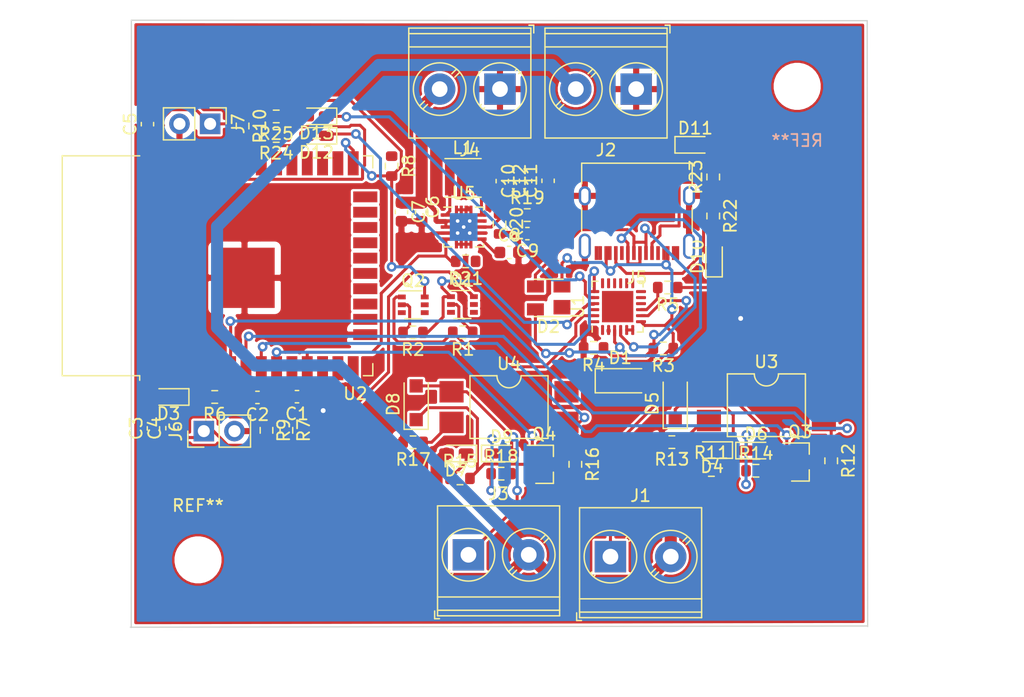
<source format=kicad_pcb>
(kicad_pcb (version 20171130) (host pcbnew "(5.1.9)-1")
  (layers (0 F.Cu signal) (31 B.Cu signal) (34 B.Paste user) (35 F.Paste user) (36 B.SilkS user) (37 F.SilkS user) (38 B.Mask user) (39 F.Mask user) (44 Edge.Cuts user))
  (net 0 "")
  (net 1 GND)
  (net 2 +3V3)
  (net 3 /EN)
  (net 4 "Net-(C4-Pad1)")
  (net 5 "Net-(C5-Pad1)")
  (net 6 VDD)
  (net 7 "Net-(C8-Pad1)")
  (net 8 "Net-(C9-Pad1)")
  (net 9 /usb/VBUS)
  (net 10 /usb/D+)
  (net 11 /usb/D-)
  (net 12 "Net-(D3-Pad2)")
  (net 13 /pyros/Ext_supply)
  (net 14 "Net-(D4-Pad1)")
  (net 15 "Net-(D5-Pad2)")
  (net 16 "Net-(D5-Pad1)")
  (net 17 "Net-(D6-Pad1)")
  (net 18 "Net-(D7-Pad1)")
  (net 19 "Net-(D8-Pad2)")
  (net 20 "Net-(D8-Pad1)")
  (net 21 "Net-(D9-Pad1)")
  (net 22 "Net-(D10-Pad2)")
  (net 23 "Net-(D11-Pad2)")
  (net 24 "Net-(J5-PadB8)")
  (net 25 "Net-(J5-PadA5)")
  (net 26 "Net-(J5-PadA8)")
  (net 27 "Net-(J5-PadB5)")
  (net 28 "Net-(L1-Pad2)")
  (net 29 "Net-(L1-Pad1)")
  (net 30 "Net-(Q1-Pad2)")
  (net 31 /RTS)
  (net 32 /BOOT)
  (net 33 "Net-(Q2-Pad2)")
  (net 34 /DTR)
  (net 35 /Nuke1)
  (net 36 /Nuke2)
  (net 37 "Net-(R3-Pad2)")
  (net 38 "Net-(R5-Pad2)")
  (net 39 /Cont1)
  (net 40 "Net-(R13-Pad1)")
  (net 41 /Cont2)
  (net 42 "Net-(R17-Pad1)")
  (net 43 /PG)
  (net 44 "Net-(U1-Pad24)")
  (net 45 "Net-(U1-Pad22)")
  (net 46 /TXD)
  (net 47 /RXD)
  (net 48 "Net-(U1-Pad18)")
  (net 49 "Net-(U1-Pad17)")
  (net 50 "Net-(U1-Pad16)")
  (net 51 "Net-(U1-Pad15)")
  (net 52 "Net-(U1-Pad14)")
  (net 53 "Net-(U1-Pad13)")
  (net 54 "Net-(U1-Pad12)")
  (net 55 "Net-(U1-Pad11)")
  (net 56 "Net-(U1-Pad10)")
  (net 57 "Net-(U1-Pad1)")
  (net 58 "Net-(U2-Pad37)")
  (net 59 "Net-(U2-Pad36)")
  (net 60 "Net-(U2-Pad33)")
  (net 61 "Net-(U2-Pad32)")
  (net 62 "Net-(U2-Pad31)")
  (net 63 "Net-(U2-Pad30)")
  (net 64 "Net-(U2-Pad29)")
  (net 65 "Net-(U2-Pad28)")
  (net 66 "Net-(U2-Pad27)")
  (net 67 "Net-(U2-Pad26)")
  (net 68 "Net-(U2-Pad24)")
  (net 69 "Net-(U2-Pad23)")
  (net 70 "Net-(U2-Pad22)")
  (net 71 "Net-(U2-Pad21)")
  (net 72 "Net-(U2-Pad20)")
  (net 73 "Net-(U2-Pad19)")
  (net 74 "Net-(U2-Pad18)")
  (net 75 "Net-(U2-Pad17)")
  (net 76 "Net-(U2-Pad16)")
  (net 77 "Net-(U2-Pad14)")
  (net 78 "Net-(U2-Pad13)")
  (net 79 "Net-(U2-Pad12)")
  (net 80 "Net-(U2-Pad10)")
  (net 81 "Net-(U2-Pad5)")
  (net 82 "Net-(U2-Pad4)")
  (net 83 "Net-(D12-Pad2)")
  (net 84 "Net-(D13-Pad2)")
  (net 85 "Net-(R24-Pad1)")
  (net 86 "Net-(R25-Pad1)")
  (module TerminalBlock_Phoenix:TerminalBlock_Phoenix_PT-1,5-2-5.0-H_1x02_P5.00mm_Horizontal (layer F.Cu) (at 54.6354 125.5776)
    (fp_text reference J3 (at 2.5 -5.06) (layer F.SilkS))
    (fp_text value Screw_Terminal_01x02)
    (pad 2 thru_hole circle (at 5 0) (size 2.6 2.6) (drill 1.3) (layers *.Cu *.Mask) (net 13 /pyros/Ext_supply))
    (pad 1 thru_hole rect (at 0 0) (size 2.6 2.6) (drill 1.3) (layers *.Cu *.Mask) (net 19 "Net-(D8-Pad2)"))
  )
  (module TerminalBlock_Phoenix:TerminalBlock_Phoenix_PT-1,5-2-5.0-H_1x02_P5.00mm_Horizontal (layer F.Cu) (at 57.2516 86.9442 180)
    (fp_text reference J4 (at 2.5 -5.06) (layer F.SilkS))
    (fp_text value Screw_Terminal_01x02)
    (pad 2 thru_hole circle (at 5 0 180) (size 2.6 2.6) (drill 1.3) (layers *.Cu *.Mask) (net 6 VDD))
    (pad 1 thru_hole rect (at 0 0 180) (size 2.6 2.6) (drill 1.3) (layers *.Cu *.Mask) (net 1 GND))
  )
  (module TerminalBlock_Phoenix:TerminalBlock_Phoenix_PT-1,5-2-5.0-H_1x02_P5.00mm_Horizontal (layer F.Cu) (at 68.5419 86.9442 180)
    (fp_text reference J2 (at 2.5 -5.06) (layer F.SilkS))
    (fp_text value Screw_Terminal_01x02)
    (pad 2 thru_hole circle (at 5 0 180) (size 2.6 2.6) (drill 1.3) (layers *.Cu *.Mask) (net 13 /pyros/Ext_supply))
    (pad 1 thru_hole rect (at 0 0 180) (size 2.6 2.6) (drill 1.3) (layers *.Cu *.Mask) (net 1 GND))
  )
  (module TerminalBlock_Phoenix:TerminalBlock_Phoenix_PT-1,5-2-5.0-H_1x02_P5.00mm_Horizontal (layer F.Cu) (at 66.4083 125.73)
    (fp_text reference J1 (at 2.5 -5.06) (layer F.SilkS))
    (fp_text value Screw_Terminal_01x02)
    (pad 2 thru_hole circle (at 5 0) (size 2.6 2.6) (drill 1.3) (layers *.Cu *.Mask) (net 13 /pyros/Ext_supply))
    (pad 1 thru_hole rect (at 0 0) (size 2.6 2.6) (drill 1.3) (layers *.Cu *.Mask) (net 15 "Net-(D5-Pad2)"))
  )
  (module Connector_PinHeader_2.54mm:PinHeader_1x02_P2.54mm_Vertical (layer F.Cu) (at 33.2232 89.8271 270)
    (fp_text reference J7 (at 0 -2.33 90) (layer F.SilkS))
    (fp_text value Conn_01x02_Male)
    (pad 2 thru_hole oval (at 0 2.54 270) (size 1.7 1.7) (drill 1) (layers *.Cu *.Mask) (net 1 GND))
    (pad 1 thru_hole rect (at 0 0 270) (size 1.7 1.7) (drill 1) (layers *.Cu *.Mask) (net 5 "Net-(C5-Pad1)"))
  )
  (module Connector_PinHeader_2.54mm:PinHeader_1x02_P2.54mm_Vertical (layer F.Cu) (at 32.7025 115.316 90)
    (fp_text reference J6 (at 0 -2.33 90) (layer F.SilkS))
    (fp_text value Conn_01x02_Male)
    (pad 2 thru_hole oval (at 0 2.54 90) (size 1.7 1.7) (drill 1) (layers *.Cu *.Mask) (net 1 GND))
    (pad 1 thru_hole rect (at 0 0 90) (size 1.7 1.7) (drill 1) (layers *.Cu *.Mask) (net 4 "Net-(C4-Pad1)"))
  )
  (module RF_Module:ESP32-WROOM-32 (layer F.Cu) (at 36.83 101.6 90)
    (fp_text reference U2 (at -10.61 8.43) (layer F.SilkS))
    (fp_text value ESP32-WROOM-32)
    (pad 38 smd rect (at 8.5 -8.255 90) (size 2 0.9) (layers F.Cu F.Paste F.Mask) (net 1 GND))
    (pad 37 smd rect (at 8.5 -6.985 90) (size 2 0.9) (layers F.Cu F.Paste F.Mask) (net 58 "Net-(U2-Pad37)"))
    (pad 36 smd rect (at 8.5 -5.715 90) (size 2 0.9) (layers F.Cu F.Paste F.Mask) (net 59 "Net-(U2-Pad36)"))
    (pad 35 smd rect (at 8.5 -4.445 90) (size 2 0.9) (layers F.Cu F.Paste F.Mask) (net 86 "Net-(R25-Pad1)"))
    (pad 34 smd rect (at 8.5 -3.175 90) (size 2 0.9) (layers F.Cu F.Paste F.Mask) (net 85 "Net-(R24-Pad1)"))
    (pad 33 smd rect (at 8.5 -1.905 90) (size 2 0.9) (layers F.Cu F.Paste F.Mask) (net 60 "Net-(U2-Pad33)"))
    (pad 32 smd rect (at 8.5 -0.635 90) (size 2 0.9) (layers F.Cu F.Paste F.Mask) (net 61 "Net-(U2-Pad32)"))
    (pad 31 smd rect (at 8.5 0.635 90) (size 2 0.9) (layers F.Cu F.Paste F.Mask) (net 62 "Net-(U2-Pad31)"))
    (pad 30 smd rect (at 8.5 1.905 90) (size 2 0.9) (layers F.Cu F.Paste F.Mask) (net 63 "Net-(U2-Pad30)"))
    (pad 29 smd rect (at 8.5 3.175 90) (size 2 0.9) (layers F.Cu F.Paste F.Mask) (net 64 "Net-(U2-Pad29)"))
    (pad 28 smd rect (at 8.5 4.445 90) (size 2 0.9) (layers F.Cu F.Paste F.Mask) (net 65 "Net-(U2-Pad28)"))
    (pad 27 smd rect (at 8.5 5.715 90) (size 2 0.9) (layers F.Cu F.Paste F.Mask) (net 66 "Net-(U2-Pad27)"))
    (pad 26 smd rect (at 8.5 6.985 90) (size 2 0.9) (layers F.Cu F.Paste F.Mask) (net 67 "Net-(U2-Pad26)"))
    (pad 25 smd rect (at 8.5 8.255 90) (size 2 0.9) (layers F.Cu F.Paste F.Mask) (net 32 /BOOT))
    (pad 24 smd rect (at 5.715 9.255 180) (size 2 0.9) (layers F.Cu F.Paste F.Mask) (net 68 "Net-(U2-Pad24)"))
    (pad 23 smd rect (at 4.445 9.255 180) (size 2 0.9) (layers F.Cu F.Paste F.Mask) (net 69 "Net-(U2-Pad23)"))
    (pad 22 smd rect (at 3.175 9.255 180) (size 2 0.9) (layers F.Cu F.Paste F.Mask) (net 70 "Net-(U2-Pad22)"))
    (pad 21 smd rect (at 1.905 9.255 180) (size 2 0.9) (layers F.Cu F.Paste F.Mask) (net 71 "Net-(U2-Pad21)"))
    (pad 20 smd rect (at 0.635 9.255 180) (size 2 0.9) (layers F.Cu F.Paste F.Mask) (net 72 "Net-(U2-Pad20)"))
    (pad 19 smd rect (at -0.635 9.255 180) (size 2 0.9) (layers F.Cu F.Paste F.Mask) (net 73 "Net-(U2-Pad19)"))
    (pad 18 smd rect (at -1.905 9.255 180) (size 2 0.9) (layers F.Cu F.Paste F.Mask) (net 74 "Net-(U2-Pad18)"))
    (pad 17 smd rect (at -3.175 9.255 180) (size 2 0.9) (layers F.Cu F.Paste F.Mask) (net 75 "Net-(U2-Pad17)"))
    (pad 16 smd rect (at -4.445 9.255 180) (size 2 0.9) (layers F.Cu F.Paste F.Mask) (net 76 "Net-(U2-Pad16)"))
    (pad 15 smd rect (at -5.715 9.255 180) (size 2 0.9) (layers F.Cu F.Paste F.Mask) (net 1 GND))
    (pad 14 smd rect (at -8.5 8.255 90) (size 2 0.9) (layers F.Cu F.Paste F.Mask) (net 77 "Net-(U2-Pad14)"))
    (pad 13 smd rect (at -8.5 6.985 90) (size 2 0.9) (layers F.Cu F.Paste F.Mask) (net 78 "Net-(U2-Pad13)"))
    (pad 12 smd rect (at -8.5 5.715 90) (size 2 0.9) (layers F.Cu F.Paste F.Mask) (net 79 "Net-(U2-Pad12)"))
    (pad 11 smd rect (at -8.5 4.445 90) (size 2 0.9) (layers F.Cu F.Paste F.Mask) (net 43 /PG))
    (pad 10 smd rect (at -8.5 3.175 90) (size 2 0.9) (layers F.Cu F.Paste F.Mask) (net 80 "Net-(U2-Pad10)"))
    (pad 9 smd rect (at -8.5 1.905 90) (size 2 0.9) (layers F.Cu F.Paste F.Mask) (net 36 /Nuke2))
    (pad 8 smd rect (at -8.5 0.635 90) (size 2 0.9) (layers F.Cu F.Paste F.Mask) (net 35 /Nuke1))
    (pad 7 smd rect (at -8.5 -0.635 90) (size 2 0.9) (layers F.Cu F.Paste F.Mask) (net 41 /Cont2))
    (pad 6 smd rect (at -8.5 -1.905 90) (size 2 0.9) (layers F.Cu F.Paste F.Mask) (net 39 /Cont1))
    (pad 5 smd rect (at -8.5 -3.175 90) (size 2 0.9) (layers F.Cu F.Paste F.Mask) (net 81 "Net-(U2-Pad5)"))
    (pad 4 smd rect (at -8.5 -4.445 90) (size 2 0.9) (layers F.Cu F.Paste F.Mask) (net 82 "Net-(U2-Pad4)"))
    (pad 3 smd rect (at -8.5 -5.715 90) (size 2 0.9) (layers F.Cu F.Paste F.Mask) (net 3 /EN))
    (pad 2 smd rect (at -8.5 -6.985 90) (size 2 0.9) (layers F.Cu F.Paste F.Mask) (net 2 +3V3))
    (pad 1 smd rect (at -8.5 -8.255 90) (size 2 0.9) (layers F.Cu F.Paste F.Mask) (net 1 GND))
    (pad 39 smd rect (at -1 -0.755 90) (size 5 5) (layers F.Cu F.Paste F.Mask) (net 1 GND))
  )
  (module Capacitor_SMD:C_0603_1608Metric (layer F.Cu) (at 50.7619 97.1423 270)
    (fp_text reference C6 (at -0.4191 -0.9144 90) (layer F.SilkS))
    (fp_text value 10uF)
    (pad 2 smd roundrect (at 0.775 0 270) (size 0.9 0.95) (layers F.Cu F.Paste F.Mask) (net 1 GND))
    (pad 1 smd roundrect (at -0.775 0 270) (size 0.9 0.95) (layers F.Cu F.Paste F.Mask) (net 6 VDD))
  )
  (module Resistor_SMD:R_0603_1608Metric (layer F.Cu) (at 38.7033 89.2121 180)
    (fp_text reference R25 (at 0 -1.43) (layer F.SilkS))
    (fp_text value 470)
    (pad 2 smd roundrect (at 0.825 0 180) (size 0.8 0.95) (layers F.Cu F.Paste F.Mask) (net 84 "Net-(D13-Pad2)"))
    (pad 1 smd roundrect (at -0.825 0 180) (size 0.8 0.95) (layers F.Cu F.Paste F.Mask) (net 86 "Net-(R25-Pad1)"))
  )
  (module Resistor_SMD:R_0603_1608Metric (layer F.Cu) (at 38.7033 90.8331 180)
    (fp_text reference R24 (at 0 -1.43) (layer F.SilkS))
    (fp_text value 470)
    (pad 2 smd roundrect (at 0.825 0 180) (size 0.8 0.95) (layers F.Cu F.Paste F.Mask) (net 83 "Net-(D12-Pad2)"))
    (pad 1 smd roundrect (at -0.825 0 180) (size 0.8 0.95) (layers F.Cu F.Paste F.Mask) (net 85 "Net-(R24-Pad1)"))
  )
  (module LED_SMD:LED_0603_1608Metric_Castellated (layer F.Cu) (at 42.037 89.2048 180)
    (fp_text reference D13 (at 0 -1.38) (layer F.SilkS))
    (fp_text value RX_LED)
    (pad 2 smd roundrect (at 0.8125 0 180) (size 1.225 0.85) (layers F.Cu F.Paste F.Mask) (net 84 "Net-(D13-Pad2)"))
    (pad 1 smd roundrect (at -0.8125 0 180) (size 1.225 0.85) (layers F.Cu F.Paste F.Mask) (net 47 /RXD))
  )
  (module LED_SMD:LED_0603_1608Metric_Castellated (layer F.Cu) (at 42.0367 90.8177 180)
    (fp_text reference D12 (at 0 -1.38) (layer F.SilkS))
    (fp_text value TX_LED)
    (pad 2 smd roundrect (at 0.8125 0 180) (size 1.225 0.85) (layers F.Cu F.Paste F.Mask) (net 83 "Net-(D12-Pad2)"))
    (pad 1 smd roundrect (at -0.8125 0 180) (size 1.225 0.85) (layers F.Cu F.Paste F.Mask) (net 46 /TXD))
  )
  (module Package_TO_SOT_SMD:SOT-363_SC-70-6 (layer F.Cu) (at 54.1401 104.8131)
    (fp_text reference Q1 (at 0 -2) (layer F.SilkS))
    (fp_text value MMDT2222A)
    (pad 6 smd rect (at 0.95 -0.65) (size 0.65 0.4) (layers F.Cu F.Paste F.Mask) (net 3 /EN))
    (pad 4 smd rect (at 0.95 0.65) (size 0.65 0.4) (layers F.Cu F.Paste F.Mask))
    (pad 2 smd rect (at -0.95 0) (size 0.65 0.4) (layers F.Cu F.Paste F.Mask) (net 30 "Net-(Q1-Pad2)"))
    (pad 5 smd rect (at 0.95 0) (size 0.65 0.4) (layers F.Cu F.Paste F.Mask))
    (pad 3 smd rect (at -0.95 0.65) (size 0.65 0.4) (layers F.Cu F.Paste F.Mask))
    (pad 1 smd rect (at -0.95 -0.65) (size 0.65 0.4) (layers F.Cu F.Paste F.Mask) (net 31 /RTS))
  )
  (module MountingHole:MountingHole_3.5mm (layer B.Cu) (at 81.8896 86.7156)
    (fp_text reference REF** (at 0 4.5) (layer B.SilkS) (effects (justify mirror)))
    (fp_text value MountingHole_3.5mm)
    (pad 1 np_thru_hole circle (at 0 0) (size 3.5 3.5) (drill 3.5) (layers *.Cu *.Mask))
  )
  (module MountingHole:MountingHole_3.5mm (layer F.Cu) (at 32.2199 125.9967)
    (fp_text reference REF** (at 0 -4.5) (layer F.SilkS))
    (fp_text value MountingHole_3.5mm)
    (pad 1 np_thru_hole circle (at 0 0) (size 3.5 3.5) (drill 3.5) (layers *.Cu *.Mask))
  )
  (module Package_SON:Texas_S-PWSON-N10_ThermalVias (layer F.Cu) (at 54.2417 98.3869)
    (fp_text reference U5 (at 0 -2.8) (layer F.SilkS))
    (fp_text value TPS63060)
    (pad 11 smd rect (at 0.6 1.425) (size 0.23 0.6) (layers F.Cu F.Paste F.Mask) (net 1 GND))
    (pad 11 smd rect (at 0.2 1.425) (size 0.23 0.6) (layers F.Cu F.Paste F.Mask) (net 1 GND))
    (pad 11 smd rect (at -0.2 1.425) (size 0.23 0.6) (layers F.Cu F.Paste F.Mask) (net 1 GND))
    (pad 11 smd rect (at -0.6 1.425) (size 0.23 0.6) (layers F.Cu F.Paste F.Mask) (net 1 GND))
    (pad 11 smd rect (at 0.6 -1.425) (size 0.23 0.6) (layers F.Cu F.Paste F.Mask) (net 1 GND))
    (pad 11 smd rect (at 0.2 -1.425) (size 0.23 0.6) (layers F.Cu F.Paste F.Mask) (net 1 GND))
    (pad 11 smd rect (at -0.2 -1.425) (size 0.23 0.6) (layers F.Cu F.Paste F.Mask) (net 1 GND))
    (pad 11 smd rect (at -0.6 -1.425) (size 0.23 0.6) (layers F.Cu F.Paste F.Mask) (net 1 GND))
    (pad 11 smd rect (at 0.435 -0.56) (size 0.65 0.9) (layers F.Cu F.Paste F.Mask) (net 1 GND))
    (pad 11 smd rect (at -0.435 0.56) (size 0.65 0.9) (layers F.Cu F.Paste F.Mask) (net 1 GND))
    (pad 11 smd rect (at 0.435 0.56) (size 0.65 0.9) (layers F.Cu F.Paste F.Mask) (net 1 GND))
    (pad 11 smd rect (at -0.435 -0.56) (size 0.65 0.9) (layers F.Cu F.Paste F.Mask) (net 1 GND))
    (pad 11 smd rect (at -0.001 0) (size 2.3 2.3) (layers B.Cu) (net 1 GND))
    (pad 10 smd oval (at 1.475 -1) (size 0.85 0.28) (layers F.Cu F.Paste F.Mask) (net 28 "Net-(L1-Pad2)"))
    (pad 9 smd oval (at 1.475 -0.5) (size 0.85 0.28) (layers F.Cu F.Paste F.Mask) (net 2 +3V3))
    (pad 8 smd oval (at 1.475 0) (size 0.85 0.28) (layers F.Cu F.Paste F.Mask) (net 8 "Net-(C9-Pad1)"))
    (pad 7 smd rect (at 1.76 0.5) (size 0.28 0.28) (layers F.Cu F.Paste F.Mask) (net 1 GND))
    (pad 6 smd rect (at 1.76 1) (size 0.28 0.28) (layers F.Cu F.Paste F.Mask) (net 7 "Net-(C8-Pad1)"))
    (pad 5 smd oval (at -1.475 1) (size 0.85 0.28) (layers F.Cu F.Paste F.Mask) (net 43 /PG))
    (pad 4 smd rect (at -1.76 0.5) (size 0.28 0.28) (layers F.Cu F.Paste F.Mask) (net 1 GND))
    (pad 3 smd oval (at -1.475 0) (size 0.85 0.28) (layers F.Cu F.Paste F.Mask) (net 6 VDD))
    (pad 2 smd rect (at -1.76 -0.5) (size 0.28 0.28) (layers F.Cu F.Paste F.Mask) (net 6 VDD))
    (pad 1 smd rect (at -1.76 -1) (size 0.28 0.28) (layers F.Cu F.Paste F.Mask) (net 29 "Net-(L1-Pad1)"))
    (pad 11 smd rect (at 0 0) (size 1.7 2.15) (layers F.Cu F.Mask) (net 1 GND))
    (pad 11 smd rect (at 0.2 1.425) (size 0.25 0.7) (layers F.Cu F.Paste F.Mask) (net 1 GND))
    (pad 11 smd rect (at -0.2 1.425) (size 0.25 0.7) (layers F.Cu F.Paste F.Mask) (net 1 GND))
    (pad 11 smd rect (at 0.2 -1.425) (size 0.25 0.7) (layers F.Cu F.Paste F.Mask) (net 1 GND))
    (pad 11 smd rect (at -0.2 -1.425) (size 0.25 0.7) (layers F.Cu F.Paste F.Mask) (net 1 GND))
    (pad 11 thru_hole circle (at 0.5 0.5) (size 0.6 0.6) (drill 0.3) (layers *.Cu *.Mask) (net 1 GND))
    (pad 11 thru_hole circle (at -0.5 0.5) (size 0.6 0.6) (drill 0.3) (layers *.Cu *.Mask) (net 1 GND))
    (pad 11 thru_hole circle (at 0.5 -0.5) (size 0.6 0.6) (drill 0.3) (layers *.Cu *.Mask) (net 1 GND))
    (pad 11 thru_hole circle (at -0.5 -0.5) (size 0.6 0.6) (drill 0.3) (layers *.Cu *.Mask) (net 1 GND))
    (pad 11 thru_hole circle (at 0 0) (size 0.6 0.6) (drill 0.3) (layers *.Cu *.Mask) (net 1 GND))
    (pad 10 smd rect (at 1.76 -1) (size 0.28 0.28) (layers F.Cu F.Paste F.Mask) (net 28 "Net-(L1-Pad2)"))
    (pad 9 smd rect (at 1.76 -0.5) (size 0.28 0.28) (layers F.Cu F.Paste F.Mask) (net 2 +3V3))
    (pad 8 smd rect (at 1.76 0) (size 0.28 0.28) (layers F.Cu F.Paste F.Mask) (net 8 "Net-(C9-Pad1)"))
    (pad 7 smd oval (at 1.475 0.5) (size 0.85 0.28) (layers F.Cu F.Paste F.Mask) (net 1 GND))
    (pad 6 smd oval (at 1.475 1) (size 0.85 0.28) (layers F.Cu F.Paste F.Mask) (net 7 "Net-(C8-Pad1)"))
    (pad 5 smd rect (at -1.76 1) (size 0.28 0.28) (layers F.Cu F.Paste F.Mask) (net 43 /PG))
    (pad 4 smd oval (at -1.475 0.5) (size 0.85 0.28) (layers F.Cu F.Paste F.Mask) (net 1 GND))
    (pad 3 smd rect (at -1.76 0) (size 0.28 0.28) (layers F.Cu F.Paste F.Mask) (net 6 VDD))
    (pad 2 smd oval (at -1.475 -0.5) (size 0.85 0.28) (layers F.Cu F.Paste F.Mask) (net 6 VDD))
    (pad 1 smd oval (at -1.475 -1) (size 0.85 0.28) (layers F.Cu F.Paste F.Mask) (net 29 "Net-(L1-Pad1)"))
    (pad 11 smd rect (at 0.6 -1.425) (size 0.25 0.7) (layers F.Cu F.Paste F.Mask) (net 1 GND))
    (pad 11 smd rect (at -0.6 -1.425) (size 0.25 0.7) (layers F.Cu F.Paste F.Mask) (net 1 GND))
    (pad 11 smd rect (at 0.6 1.425) (size 0.25 0.7) (layers F.Cu F.Paste F.Mask) (net 1 GND))
    (pad 11 smd rect (at -0.6 1.425) (size 0.25 0.7) (layers F.Cu F.Paste F.Mask) (net 1 GND))
  )
  (module Package_DIP:SMDIP-4_W9.53mm (layer F.Cu) (at 58.0009 113.3221)
    (fp_text reference U4 (at 0 -3.6) (layer F.SilkS))
    (fp_text value LTV-817S)
    (pad 4 smd rect (at 4.765 -1.27) (size 2 1.78) (layers F.Cu F.Paste F.Mask) (net 2 +3V3))
    (pad 2 smd rect (at -4.765 1.27) (size 2 1.78) (layers F.Cu F.Paste F.Mask) (net 42 "Net-(R17-Pad1)"))
    (pad 3 smd rect (at 4.765 1.27) (size 2 1.78) (layers F.Cu F.Paste F.Mask) (net 41 /Cont2))
    (pad 1 smd rect (at -4.765 -1.27) (size 2 1.78) (layers F.Cu F.Paste F.Mask) (net 19 "Net-(D8-Pad2)"))
  )
  (module Package_DIP:SMDIP-4_W9.53mm (layer F.Cu) (at 79.3369 113.1697)
    (fp_text reference U3 (at 0 -3.6) (layer F.SilkS))
    (fp_text value LTV-817S)
    (pad 4 smd rect (at 4.765 -1.27) (size 2 1.78) (layers F.Cu F.Paste F.Mask) (net 2 +3V3))
    (pad 2 smd rect (at -4.765 1.27) (size 2 1.78) (layers F.Cu F.Paste F.Mask) (net 40 "Net-(R13-Pad1)"))
    (pad 3 smd rect (at 4.765 1.27) (size 2 1.78) (layers F.Cu F.Paste F.Mask) (net 39 /Cont1))
    (pad 1 smd rect (at -4.765 -1.27) (size 2 1.78) (layers F.Cu F.Paste F.Mask) (net 15 "Net-(D5-Pad2)"))
  )
  (module Package_DFN_QFN:QFN-24-1EP_4x4mm_P0.5mm_EP2.6x2.6mm (layer F.Cu) (at 67.0052 104.9909 90)
    (fp_text reference U1 (at 0 -3.3 90) (layer F.SilkS))
    (fp_text value CP2102N-A01-GQFN24)
    (pad 25 smd rect (at 0 0 90) (size 2.6 2.6) (layers F.Cu F.Mask) (net 1 GND))
    (pad 24 smd roundrect (at -1.25 -1.9375 90) (size 0.25 0.825) (layers F.Cu F.Paste F.Mask) (net 44 "Net-(U1-Pad24)"))
    (pad 23 smd roundrect (at -0.75 -1.9375 90) (size 0.25 0.825) (layers F.Cu F.Paste F.Mask) (net 34 /DTR))
    (pad 22 smd roundrect (at -0.25 -1.9375 90) (size 0.25 0.825) (layers F.Cu F.Paste F.Mask) (net 45 "Net-(U1-Pad22)"))
    (pad 21 smd roundrect (at 0.25 -1.9375 90) (size 0.25 0.825) (layers F.Cu F.Paste F.Mask) (net 46 /TXD))
    (pad 20 smd roundrect (at 0.75 -1.9375 90) (size 0.25 0.825) (layers F.Cu F.Paste F.Mask) (net 47 /RXD))
    (pad 19 smd roundrect (at 1.25 -1.9375 90) (size 0.25 0.825) (layers F.Cu F.Paste F.Mask) (net 31 /RTS))
    (pad 18 smd roundrect (at 1.9375 -1.25 90) (size 0.825 0.25) (layers F.Cu F.Paste F.Mask) (net 48 "Net-(U1-Pad18)"))
    (pad 17 smd roundrect (at 1.9375 -0.75 90) (size 0.825 0.25) (layers F.Cu F.Paste F.Mask) (net 49 "Net-(U1-Pad17)"))
    (pad 16 smd roundrect (at 1.9375 -0.25 90) (size 0.825 0.25) (layers F.Cu F.Paste F.Mask) (net 50 "Net-(U1-Pad16)"))
    (pad 15 smd roundrect (at 1.9375 0.25 90) (size 0.825 0.25) (layers F.Cu F.Paste F.Mask) (net 51 "Net-(U1-Pad15)"))
    (pad 14 smd roundrect (at 1.9375 0.75 90) (size 0.825 0.25) (layers F.Cu F.Paste F.Mask) (net 52 "Net-(U1-Pad14)"))
    (pad 13 smd roundrect (at 1.9375 1.25 90) (size 0.825 0.25) (layers F.Cu F.Paste F.Mask) (net 53 "Net-(U1-Pad13)"))
    (pad 12 smd roundrect (at 1.25 1.9375 90) (size 0.25 0.825) (layers F.Cu F.Paste F.Mask) (net 54 "Net-(U1-Pad12)"))
    (pad 11 smd roundrect (at 0.75 1.9375 90) (size 0.25 0.825) (layers F.Cu F.Paste F.Mask) (net 55 "Net-(U1-Pad11)"))
    (pad 10 smd roundrect (at 0.25 1.9375 90) (size 0.25 0.825) (layers F.Cu F.Paste F.Mask) (net 56 "Net-(U1-Pad10)"))
    (pad 9 smd roundrect (at -0.25 1.9375 90) (size 0.25 0.825) (layers F.Cu F.Paste F.Mask) (net 38 "Net-(R5-Pad2)"))
    (pad 8 smd roundrect (at -0.75 1.9375 90) (size 0.25 0.825) (layers F.Cu F.Paste F.Mask) (net 37 "Net-(R3-Pad2)"))
    (pad 7 smd roundrect (at -1.25 1.9375 90) (size 0.25 0.825) (layers F.Cu F.Paste F.Mask) (net 9 /usb/VBUS))
    (pad 6 smd roundrect (at -1.9375 1.25 90) (size 0.825 0.25) (layers F.Cu F.Paste F.Mask) (net 2 +3V3))
    (pad 5 smd roundrect (at -1.9375 0.75 90) (size 0.825 0.25) (layers F.Cu F.Paste F.Mask) (net 2 +3V3))
    (pad 4 smd roundrect (at -1.9375 0.25 90) (size 0.825 0.25) (layers F.Cu F.Paste F.Mask) (net 11 /usb/D-))
    (pad 3 smd roundrect (at -1.9375 -0.25 90) (size 0.825 0.25) (layers F.Cu F.Paste F.Mask) (net 10 /usb/D+))
    (pad 2 smd roundrect (at -1.9375 -0.75 90) (size 0.825 0.25) (layers F.Cu F.Paste F.Mask) (net 1 GND))
    (pad 1 smd roundrect (at -1.9375 -1.25 90) (size 0.825 0.25) (layers F.Cu F.Paste F.Mask) (net 57 "Net-(U1-Pad1)"))
  )
  (module Resistor_SMD:R_0603_1608Metric (layer F.Cu) (at 74.93 94.2335 90)
    (fp_text reference R23 (at 0 -1.43 90) (layer F.SilkS))
    (fp_text value 5.1K)
    (pad 2 smd roundrect (at 0.825 0 90) (size 0.8 0.95) (layers F.Cu F.Paste F.Mask) (net 23 "Net-(D11-Pad2)"))
    (pad 1 smd roundrect (at -0.825 0 90) (size 0.8 0.95) (layers F.Cu F.Paste F.Mask) (net 25 "Net-(J5-PadA5)"))
  )
  (module Resistor_SMD:R_0603_1608Metric (layer F.Cu) (at 74.93 97.4725 270)
    (fp_text reference R22 (at 0 -1.43 90) (layer F.SilkS))
    (fp_text value 5.1K)
    (pad 2 smd roundrect (at 0.825 0 270) (size 0.8 0.95) (layers F.Cu F.Paste F.Mask) (net 22 "Net-(D10-Pad2)"))
    (pad 1 smd roundrect (at -0.825 0 270) (size 0.8 0.95) (layers F.Cu F.Paste F.Mask) (net 27 "Net-(J5-PadB5)"))
  )
  (module Resistor_SMD:R_0603_1608Metric (layer F.Cu) (at 54.4068 101.2317 180)
    (fp_text reference R21 (at 0 -1.43) (layer F.SilkS))
    (fp_text value R_Small)
    (pad 2 smd roundrect (at 0.825 0 180) (size 0.8 0.95) (layers F.Cu F.Paste F.Mask) (net 43 /PG))
    (pad 1 smd roundrect (at -0.825 0 180) (size 0.8 0.95) (layers F.Cu F.Paste F.Mask) (net 2 +3V3))
  )
  (module Resistor_SMD:R_0603_1608Metric (layer F.Cu) (at 57.2135 98.1329 270)
    (fp_text reference R20 (at 0 -1.43 90) (layer F.SilkS))
    (fp_text value 111k)
    (pad 2 smd roundrect (at 0.825 0 270) (size 0.8 0.95) (layers F.Cu F.Paste F.Mask) (net 1 GND))
    (pad 1 smd roundrect (at -0.825 0 270) (size 0.8 0.95) (layers F.Cu F.Paste F.Mask) (net 8 "Net-(C9-Pad1)"))
  )
  (module Resistor_SMD:R_0603_1608Metric (layer F.Cu) (at 59.5127 97.3963)
    (fp_text reference R19 (at 0 -1.43) (layer F.SilkS))
    (fp_text value 620k)
    (pad 2 smd roundrect (at 0.825 0) (size 0.8 0.95) (layers F.Cu F.Paste F.Mask) (net 8 "Net-(C9-Pad1)"))
    (pad 1 smd roundrect (at -0.825 0) (size 0.8 0.95) (layers F.Cu F.Paste F.Mask) (net 2 +3V3))
  )
  (module Resistor_SMD:R_0603_1608Metric (layer F.Cu) (at 57.3405 118.8466)
    (fp_text reference R18 (at 0 -1.43) (layer F.SilkS))
    (fp_text value 1k)
    (pad 2 smd roundrect (at 0.825 0) (size 0.8 0.95) (layers F.Cu F.Paste F.Mask) (net 1 GND))
    (pad 1 smd roundrect (at -0.825 0) (size 0.8 0.95) (layers F.Cu F.Paste F.Mask) (net 21 "Net-(D9-Pad1)"))
  )
  (module Resistor_SMD:R_0603_1608Metric (layer F.Cu) (at 50.0507 116.2431 180)
    (fp_text reference R17 (at 0 -1.43) (layer F.SilkS))
    (fp_text value 500)
    (pad 2 smd roundrect (at 0.825 0 180) (size 0.8 0.95) (layers F.Cu F.Paste F.Mask) (net 1 GND))
    (pad 1 smd roundrect (at -0.825 0 180) (size 0.8 0.95) (layers F.Cu F.Paste F.Mask) (net 42 "Net-(R17-Pad1)"))
  )
  (module Resistor_SMD:R_0603_1608Metric (layer F.Cu) (at 63.5 118.0719 270)
    (fp_text reference R16 (at 0 -1.43 90) (layer F.SilkS))
    (fp_text value 500)
    (pad 2 smd roundrect (at 0.825 0 270) (size 0.8 0.95) (layers F.Cu F.Paste F.Mask) (net 1 GND))
    (pad 1 smd roundrect (at -0.825 0 270) (size 0.8 0.95) (layers F.Cu F.Paste F.Mask) (net 41 /Cont2))
  )
  (module Resistor_SMD:R_0603_1608Metric (layer F.Cu) (at 53.9369 119.2403)
    (fp_text reference R15 (at 0 -1.43) (layer F.SilkS))
    (fp_text value 1k)
    (pad 2 smd roundrect (at 0.825 0) (size 0.8 0.95) (layers F.Cu F.Paste F.Mask) (net 20 "Net-(D8-Pad1)"))
    (pad 1 smd roundrect (at -0.825 0) (size 0.8 0.95) (layers F.Cu F.Paste F.Mask) (net 18 "Net-(D7-Pad1)"))
  )
  (module Resistor_SMD:R_0603_1608Metric (layer F.Cu) (at 78.4738 118.6053)
    (fp_text reference R14 (at 0 -1.43) (layer F.SilkS))
    (fp_text value 1k)
    (pad 2 smd roundrect (at 0.825 0) (size 0.8 0.95) (layers F.Cu F.Paste F.Mask) (net 1 GND))
    (pad 1 smd roundrect (at -0.825 0) (size 0.8 0.95) (layers F.Cu F.Paste F.Mask) (net 17 "Net-(D6-Pad1)"))
  )
  (module Resistor_SMD:R_0603_1608Metric (layer F.Cu) (at 71.5005 116.2304 180)
    (fp_text reference R13 (at 0 -1.43) (layer F.SilkS))
    (fp_text value 500)
    (pad 2 smd roundrect (at 0.825 0 180) (size 0.8 0.95) (layers F.Cu F.Paste F.Mask) (net 1 GND))
    (pad 1 smd roundrect (at -0.825 0 180) (size 0.8 0.95) (layers F.Cu F.Paste F.Mask) (net 40 "Net-(R13-Pad1)"))
  )
  (module Resistor_SMD:R_0603_1608Metric (layer F.Cu) (at 84.709 117.7793 270)
    (fp_text reference R12 (at 0 -1.43 90) (layer F.SilkS))
    (fp_text value 500)
    (pad 2 smd roundrect (at 0.825 0 270) (size 0.8 0.95) (layers F.Cu F.Paste F.Mask) (net 1 GND))
    (pad 1 smd roundrect (at -0.825 0 270) (size 0.8 0.95) (layers F.Cu F.Paste F.Mask) (net 39 /Cont1))
  )
  (module Resistor_SMD:R_0603_1608Metric (layer F.Cu) (at 74.7776 118.5418)
    (fp_text reference R11 (at 0 -1.43) (layer F.SilkS))
    (fp_text value 1k)
    (pad 2 smd roundrect (at 0.825 0) (size 0.8 0.95) (layers F.Cu F.Paste F.Mask) (net 16 "Net-(D5-Pad1)"))
    (pad 1 smd roundrect (at -0.825 0) (size 0.8 0.95) (layers F.Cu F.Paste F.Mask) (net 14 "Net-(D4-Pad1)"))
  )
  (module Resistor_SMD:R_0603_1608Metric (layer F.Cu) (at 35.9156 90.0049 270)
    (fp_text reference R10 (at 0 -1.43 90) (layer F.SilkS))
    (fp_text value 470)
    (pad 2 smd roundrect (at 0.825 0 270) (size 0.8 0.95) (layers F.Cu F.Paste F.Mask) (net 5 "Net-(C5-Pad1)"))
    (pad 1 smd roundrect (at -0.825 0 270) (size 0.8 0.95) (layers F.Cu F.Paste F.Mask) (net 32 /BOOT))
  )
  (module Resistor_SMD:R_0603_1608Metric (layer F.Cu) (at 37.8968 115.2525 270)
    (fp_text reference R9 (at 0 -1.43 90) (layer F.SilkS))
    (fp_text value 470)
    (pad 2 smd roundrect (at 0.825 0 270) (size 0.8 0.95) (layers F.Cu F.Paste F.Mask) (net 4 "Net-(C4-Pad1)"))
    (pad 1 smd roundrect (at -0.825 0 270) (size 0.8 0.95) (layers F.Cu F.Paste F.Mask) (net 3 /EN))
  )
  (module Resistor_SMD:R_0603_1608Metric (layer F.Cu) (at 48.2727 93.3318 270)
    (fp_text reference R8 (at 0 -1.43 90) (layer F.SilkS))
    (fp_text value 5K)
    (pad 2 smd roundrect (at 0.825 0 270) (size 0.8 0.95) (layers F.Cu F.Paste F.Mask) (net 32 /BOOT))
    (pad 1 smd roundrect (at -0.825 0 270) (size 0.8 0.95) (layers F.Cu F.Paste F.Mask) (net 2 +3V3))
  )
  (module Resistor_SMD:R_0603_1608Metric (layer F.Cu) (at 39.5478 115.2525 270)
    (fp_text reference R7 (at 0 -1.43 90) (layer F.SilkS))
    (fp_text value 12K)
    (pad 2 smd roundrect (at 0.825 0 270) (size 0.8 0.95) (layers F.Cu F.Paste F.Mask) (net 3 /EN))
    (pad 1 smd roundrect (at -0.825 0 270) (size 0.8 0.95) (layers F.Cu F.Paste F.Mask) (net 2 +3V3))
  )
  (module Resistor_SMD:R_0603_1608Metric (layer F.Cu) (at 33.6042 112.4839 180)
    (fp_text reference R6 (at 0 -1.43) (layer F.SilkS))
    (fp_text value 470)
    (pad 2 smd roundrect (at 0.825 0 180) (size 0.8 0.95) (layers F.Cu F.Paste F.Mask) (net 12 "Net-(D3-Pad2)"))
    (pad 1 smd roundrect (at -0.825 0 180) (size 0.8 0.95) (layers F.Cu F.Paste F.Mask) (net 2 +3V3))
  )
  (module Resistor_SMD:R_0603_1608Metric (layer F.Cu) (at 71.1581 103.4034 180)
    (fp_text reference R5 (at 0 -1.43) (layer F.SilkS))
    (fp_text value 1K)
    (pad 2 smd roundrect (at 0.825 0 180) (size 0.8 0.95) (layers F.Cu F.Paste F.Mask) (net 38 "Net-(R5-Pad2)"))
    (pad 1 smd roundrect (at -0.825 0 180) (size 0.8 0.95) (layers F.Cu F.Paste F.Mask) (net 2 +3V3))
  )
  (module Resistor_SMD:R_0603_1608Metric (layer F.Cu) (at 65.0113 108.4072 180)
    (fp_text reference R4 (at 0 -1.43) (layer F.SilkS))
    (fp_text value 43K)
    (pad 2 smd roundrect (at 0.825 0 180) (size 0.8 0.95) (layers F.Cu F.Paste F.Mask) (net 1 GND))
    (pad 1 smd roundrect (at -0.825 0 180) (size 0.8 0.95) (layers F.Cu F.Paste F.Mask) (net 37 "Net-(R3-Pad2)"))
  )
  (module Resistor_SMD:R_0603_1608Metric (layer F.Cu) (at 70.7898 108.458 180)
    (fp_text reference R3 (at 0 -1.43) (layer F.SilkS))
    (fp_text value 22K)
    (pad 2 smd roundrect (at 0.825 0 180) (size 0.8 0.95) (layers F.Cu F.Paste F.Mask) (net 37 "Net-(R3-Pad2)"))
    (pad 1 smd roundrect (at -0.825 0 180) (size 0.8 0.95) (layers F.Cu F.Paste F.Mask) (net 9 /usb/VBUS))
  )
  (module Resistor_SMD:R_0603_1608Metric (layer F.Cu) (at 50.0385 107.1245 180)
    (fp_text reference R2 (at 0 -1.43) (layer F.SilkS))
    (fp_text value 10K)
    (pad 2 smd roundrect (at 0.825 0 180) (size 0.8 0.95) (layers F.Cu F.Paste F.Mask) (net 33 "Net-(Q2-Pad2)"))
    (pad 1 smd roundrect (at -0.825 0 180) (size 0.8 0.95) (layers F.Cu F.Paste F.Mask) (net 31 /RTS))
  )
  (module Resistor_SMD:R_0603_1608Metric (layer F.Cu) (at 54.166 107.1118 180)
    (fp_text reference R1 (at 0 -1.43) (layer F.SilkS))
    (fp_text value 10K)
    (pad 2 smd roundrect (at 0.825 0 180) (size 0.8 0.95) (layers F.Cu F.Paste F.Mask) (net 34 /DTR))
    (pad 1 smd roundrect (at -0.825 0 180) (size 0.8 0.95) (layers F.Cu F.Paste F.Mask) (net 30 "Net-(Q1-Pad2)"))
  )
  (module Package_TO_SOT_SMD:SOT-23 (layer F.Cu) (at 60.9219 118.0719)
    (fp_text reference Q4 (at 0 -2.5) (layer F.SilkS))
    (fp_text value Q_NMOS_GSD)
    (pad 3 smd rect (at 1 0) (size 0.9 0.8) (layers F.Cu F.Paste F.Mask) (net 20 "Net-(D8-Pad1)"))
    (pad 2 smd rect (at -1 0.95) (size 0.9 0.8) (layers F.Cu F.Paste F.Mask) (net 1 GND))
    (pad 1 smd rect (at -1 -0.95) (size 0.9 0.8) (layers F.Cu F.Paste F.Mask) (net 36 /Nuke2))
  )
  (module Package_TO_SOT_SMD:SOT-23 (layer F.Cu) (at 82.1309 117.8814)
    (fp_text reference Q3 (at 0 -2.5) (layer F.SilkS))
    (fp_text value Q_NMOS_GSD)
    (pad 3 smd rect (at 1 0) (size 0.9 0.8) (layers F.Cu F.Paste F.Mask) (net 16 "Net-(D5-Pad1)"))
    (pad 2 smd rect (at -1 0.95) (size 0.9 0.8) (layers F.Cu F.Paste F.Mask) (net 1 GND))
    (pad 1 smd rect (at -1 -0.95) (size 0.9 0.8) (layers F.Cu F.Paste F.Mask) (net 35 /Nuke1))
  )
  (module Package_TO_SOT_SMD:SOT-363_SC-70-6 (layer F.Cu) (at 50.0634 104.8385)
    (fp_text reference Q2 (at 0 -2) (layer F.SilkS))
    (fp_text value MMDT2222A)
    (pad 6 smd rect (at 0.95 -0.65) (size 0.65 0.4) (layers F.Cu F.Paste F.Mask) (net 32 /BOOT))
    (pad 4 smd rect (at 0.95 0.65) (size 0.65 0.4) (layers F.Cu F.Paste F.Mask))
    (pad 2 smd rect (at -0.95 0) (size 0.65 0.4) (layers F.Cu F.Paste F.Mask) (net 33 "Net-(Q2-Pad2)"))
    (pad 5 smd rect (at 0.95 0) (size 0.65 0.4) (layers F.Cu F.Paste F.Mask))
    (pad 3 smd rect (at -0.95 0.65) (size 0.65 0.4) (layers F.Cu F.Paste F.Mask))
    (pad 1 smd rect (at -0.95 -0.65) (size 0.65 0.4) (layers F.Cu F.Paste F.Mask) (net 34 /DTR))
  )
  (module Inductor_SMD:L_Taiyo-Yuden_NR-30xx (layer F.Cu) (at 54.1909 94.3102)
    (fp_text reference L1 (at 0 -2.5) (layer F.SilkS))
    (fp_text value 1uH)
    (pad 2 smd rect (at 1.1 0) (size 0.8 2.9) (layers F.Cu F.Paste F.Mask) (net 28 "Net-(L1-Pad2)"))
    (pad 1 smd rect (at -1.1 0) (size 0.8 2.9) (layers F.Cu F.Paste F.Mask) (net 29 "Net-(L1-Pad1)"))
  )
  (module Connector_USB:USB_C_Receptacle_XKB_U262-16XN-4BVC11 (layer F.Cu) (at 68.6054 96.8756 180)
    (fp_text reference J5 (at 0 -5.715) (layer F.SilkS))
    (fp_text value USB_C_Receptacle_USB2.0)
    (pad A12 smd rect (at 3.35 -3.67 180) (size 0.3 1.15) (layers F.Cu F.Paste F.Mask) (net 1 GND))
    (pad A9 smd rect (at 2.55 -3.67 180) (size 0.3 1.15) (layers F.Cu F.Paste F.Mask) (net 9 /usb/VBUS))
    (pad B9 smd rect (at -2.25 -3.67 180) (size 0.3 1.15) (layers F.Cu F.Paste F.Mask) (net 9 /usb/VBUS))
    (pad B12 smd rect (at -3.05 -3.67 180) (size 0.3 1.15) (layers F.Cu F.Paste F.Mask) (net 1 GND))
    (pad A1 smd rect (at -3.35 -3.67 180) (size 0.3 1.15) (layers F.Cu F.Paste F.Mask) (net 1 GND))
    (pad A4 smd rect (at -2.55 -3.67 180) (size 0.3 1.15) (layers F.Cu F.Paste F.Mask) (net 9 /usb/VBUS))
    (pad B8 smd rect (at -1.75 -3.67 180) (size 0.3 1.15) (layers F.Cu F.Paste F.Mask) (net 24 "Net-(J5-PadB8)"))
    (pad A5 smd rect (at -1.25 -3.67 180) (size 0.3 1.15) (layers F.Cu F.Paste F.Mask) (net 25 "Net-(J5-PadA5)"))
    (pad B7 smd rect (at -0.75 -3.67 180) (size 0.3 1.15) (layers F.Cu F.Paste F.Mask) (net 11 /usb/D-))
    (pad A6 smd rect (at -0.25 -3.67 180) (size 0.3 1.15) (layers F.Cu F.Paste F.Mask) (net 10 /usb/D+))
    (pad A7 smd rect (at 0.25 -3.67 180) (size 0.3 1.15) (layers F.Cu F.Paste F.Mask) (net 11 /usb/D-))
    (pad B6 smd rect (at 0.75 -3.67 180) (size 0.3 1.15) (layers F.Cu F.Paste F.Mask) (net 10 /usb/D+))
    (pad A8 smd rect (at 1.25 -3.67 180) (size 0.3 1.15) (layers F.Cu F.Paste F.Mask) (net 26 "Net-(J5-PadA8)"))
    (pad B5 smd rect (at 1.75 -3.67 180) (size 0.3 1.15) (layers F.Cu F.Paste F.Mask) (net 27 "Net-(J5-PadB5)"))
    (pad B4 smd rect (at 2.25 -3.67 180) (size 0.3 1.15) (layers F.Cu F.Paste F.Mask) (net 9 /usb/VBUS))
    (pad B1 smd rect (at 3.05 -3.67 180) (size 0.3 1.15) (layers F.Cu F.Paste F.Mask) (net 1 GND))
    (pad "" np_thru_hole circle (at -2.89 -2.605 180) (size 0.65 0.65) (drill 0.65) (layers *.Cu *.Mask))
    (pad "" np_thru_hole circle (at 2.89 -2.605 180) (size 0.65 0.65) (drill 0.65) (layers *.Cu *.Mask))
    (pad S1 thru_hole oval (at 4.32 1.075 180) (size 1 1.6) (drill oval 0.6 1.2) (layers *.Cu *.Mask) (net 1 GND))
    (pad S1 thru_hole oval (at -4.32 1.075 180) (size 1 1.6) (drill oval 0.6 1.2) (layers *.Cu *.Mask) (net 1 GND))
    (pad S1 thru_hole oval (at 4.32 -3.105 180) (size 1 2.1) (drill oval 0.6 1.7) (layers *.Cu *.Mask) (net 1 GND))
    (pad S1 thru_hole oval (at -4.32 -3.105 180) (size 1 2.1) (drill oval 0.6 1.7) (layers *.Cu *.Mask) (net 1 GND))
  )
  (module LED_SMD:LED_0603_1608Metric_Castellated (layer F.Cu) (at 73.4441 91.567)
    (fp_text reference D11 (at 0 -1.38) (layer F.SilkS))
    (fp_text value LED)
    (pad 2 smd roundrect (at 0.8125 0) (size 1.225 0.85) (layers F.Cu F.Paste F.Mask) (net 23 "Net-(D11-Pad2)"))
    (pad 1 smd roundrect (at -0.8125 0) (size 1.225 0.85) (layers F.Cu F.Paste F.Mask) (net 1 GND))
  )
  (module LED_SMD:LED_0603_1608Metric_Castellated (layer F.Cu) (at 74.9935 100.838 90)
    (fp_text reference D10 (at 0 -1.38 90) (layer F.SilkS))
    (fp_text value LED)
    (pad 2 smd roundrect (at 0.8125 0 90) (size 1.225 0.85) (layers F.Cu F.Paste F.Mask) (net 22 "Net-(D10-Pad2)"))
    (pad 1 smd roundrect (at -0.8125 0 90) (size 1.225 0.85) (layers F.Cu F.Paste F.Mask) (net 1 GND))
  )
  (module LED_SMD:LED_0603_1608Metric_Castellated (layer F.Cu) (at 57.4037 117.1702)
    (fp_text reference D9 (at 0 -1.38) (layer F.SilkS))
    (fp_text value LED)
    (pad 2 smd roundrect (at 0.8125 0) (size 1.225 0.85) (layers F.Cu F.Paste F.Mask) (net 19 "Net-(D8-Pad2)"))
    (pad 1 smd roundrect (at -0.8125 0) (size 1.225 0.85) (layers F.Cu F.Paste F.Mask) (net 21 "Net-(D9-Pad1)"))
  )
  (module Diode_SMD:D_SOD-123F (layer F.Cu) (at 50.3047 112.9665 90)
    (fp_text reference D8 (at -0.127 -1.905 90) (layer F.SilkS))
    (fp_text value D_Schottky)
    (pad 2 smd rect (at 1.4 0 90) (size 1.1 1.1) (layers F.Cu F.Paste F.Mask) (net 19 "Net-(D8-Pad2)"))
    (pad 1 smd rect (at -1.4 0 90) (size 1.1 1.1) (layers F.Cu F.Paste F.Mask) (net 20 "Net-(D8-Pad1)"))
  )
  (module LED_SMD:LED_0603_1608Metric_Castellated (layer F.Cu) (at 53.6321 117.1702 180)
    (fp_text reference D7 (at 0 -1.38) (layer F.SilkS))
    (fp_text value LED)
    (pad 2 smd roundrect (at 0.8125 0 180) (size 1.225 0.85) (layers F.Cu F.Paste F.Mask) (net 13 /pyros/Ext_supply))
    (pad 1 smd roundrect (at -0.8125 0 180) (size 1.225 0.85) (layers F.Cu F.Paste F.Mask) (net 18 "Net-(D7-Pad1)"))
  )
  (module LED_SMD:LED_0603_1608Metric_Castellated (layer F.Cu) (at 78.486 116.9289)
    (fp_text reference D6 (at 0 -1.38) (layer F.SilkS))
    (fp_text value LED)
    (pad 2 smd roundrect (at 0.8125 0) (size 1.225 0.85) (layers F.Cu F.Paste F.Mask) (net 15 "Net-(D5-Pad2)"))
    (pad 1 smd roundrect (at -0.8125 0) (size 1.225 0.85) (layers F.Cu F.Paste F.Mask) (net 17 "Net-(D6-Pad1)"))
  )
  (module Diode_SMD:D_SOD-123F (layer F.Cu) (at 71.7804 112.903 90)
    (fp_text reference D5 (at -0.127 -1.905 90) (layer F.SilkS))
    (fp_text value D_Schottky)
    (pad 2 smd rect (at 1.4 0 90) (size 1.1 1.1) (layers F.Cu F.Paste F.Mask) (net 15 "Net-(D5-Pad2)"))
    (pad 1 smd rect (at -1.4 0 90) (size 1.1 1.1) (layers F.Cu F.Paste F.Mask) (net 16 "Net-(D5-Pad1)"))
  )
  (module LED_SMD:LED_0603_1608Metric_Castellated (layer F.Cu) (at 74.8411 116.8908 180)
    (fp_text reference D4 (at 0 -1.38) (layer F.SilkS))
    (fp_text value LED)
    (pad 2 smd roundrect (at 0.8125 0 180) (size 1.225 0.85) (layers F.Cu F.Paste F.Mask) (net 13 /pyros/Ext_supply))
    (pad 1 smd roundrect (at -0.8125 0 180) (size 1.225 0.85) (layers F.Cu F.Paste F.Mask) (net 14 "Net-(D4-Pad1)"))
  )
  (module LED_SMD:LED_0603_1608Metric_Castellated (layer F.Cu) (at 29.7818 112.4839 180)
    (fp_text reference D3 (at 0 -1.38) (layer F.SilkS))
    (fp_text value Power_LED)
    (pad 2 smd roundrect (at 0.8125 0 180) (size 1.225 0.85) (layers F.Cu F.Paste F.Mask) (net 12 "Net-(D3-Pad2)"))
    (pad 1 smd roundrect (at -0.8125 0 180) (size 1.225 0.85) (layers F.Cu F.Paste F.Mask) (net 1 GND))
  )
  (module Package_TO_SOT_SMD:SOT-143 (layer F.Cu) (at 61.2902 104.267 180)
    (fp_text reference D2 (at 0.02 -2.38) (layer F.SilkS))
    (fp_text value SP0503BAHT)
    (pad 4 smd rect (at 1.1 -0.95 90) (size 1 1.4) (layers F.Cu F.Paste F.Mask) (net 10 /usb/D+))
    (pad 3 smd rect (at 1.1 0.95 90) (size 1 1.4) (layers F.Cu F.Paste F.Mask) (net 11 /usb/D-))
    (pad 2 smd rect (at -1.1 0.95 90) (size 1 1.4) (layers F.Cu F.Paste F.Mask) (net 9 /usb/VBUS))
    (pad 1 smd rect (at -1.1 -0.77 90) (size 1.2 1.4) (layers F.Cu F.Paste F.Mask) (net 1 GND))
  )
  (module Diode_SMD:D_SOD-123F (layer F.Cu) (at 67.3481 111.1377)
    (fp_text reference D1 (at -0.127 -1.905) (layer F.SilkS))
    (fp_text value D_Schottky)
    (pad 2 smd rect (at 1.4 0) (size 1.1 1.1) (layers F.Cu F.Paste F.Mask) (net 9 /usb/VBUS))
    (pad 1 smd rect (at -1.4 0) (size 1.1 1.1) (layers F.Cu F.Paste F.Mask) (net 6 VDD))
  )
  (module Capacitor_SMD:C_0603_1608Metric (layer F.Cu) (at 57.4421 94.5769 270)
    (fp_text reference C12 (at 0 -1.43 90) (layer F.SilkS))
    (fp_text value 22uF)
    (pad 2 smd roundrect (at 0.775 0 270) (size 0.9 0.95) (layers F.Cu F.Paste F.Mask) (net 1 GND))
    (pad 1 smd roundrect (at -0.775 0 270) (size 0.9 0.95) (layers F.Cu F.Paste F.Mask) (net 2 +3V3))
  )
  (module Capacitor_SMD:C_0603_1608Metric (layer F.Cu) (at 61.2394 94.5515 90)
    (fp_text reference C11 (at 0 -1.43 90) (layer F.SilkS))
    (fp_text value 22uF)
    (pad 2 smd roundrect (at 0.775 0 90) (size 0.9 0.95) (layers F.Cu F.Paste F.Mask) (net 1 GND))
    (pad 1 smd roundrect (at -0.775 0 90) (size 0.9 0.95) (layers F.Cu F.Paste F.Mask) (net 2 +3V3))
  )
  (module Capacitor_SMD:C_0603_1608Metric (layer F.Cu) (at 59.3725 94.5645 90)
    (fp_text reference C10 (at 0 -1.43 90) (layer F.SilkS))
    (fp_text value 22uF)
    (pad 2 smd roundrect (at 0.775 0 90) (size 0.9 0.95) (layers F.Cu F.Paste F.Mask) (net 1 GND))
    (pad 1 smd roundrect (at -0.775 0 90) (size 0.9 0.95) (layers F.Cu F.Paste F.Mask) (net 2 +3V3))
  )
  (module Capacitor_SMD:C_0603_1608Metric (layer F.Cu) (at 59.5249 98.933 180)
    (fp_text reference C9 (at 0 -1.43) (layer F.SilkS))
    (fp_text value 10pF)
    (pad 2 smd roundrect (at 0.775 0 180) (size 0.9 0.95) (layers F.Cu F.Paste F.Mask) (net 1 GND))
    (pad 1 smd roundrect (at -0.775 0 180) (size 0.9 0.95) (layers F.Cu F.Paste F.Mask) (net 8 "Net-(C9-Pad1)"))
  )
  (module Capacitor_SMD:C_0603_1608Metric (layer F.Cu) (at 58.0133 100.4951)
    (fp_text reference C8 (at 0 -1.43) (layer F.SilkS))
    (fp_text value 0.1uF)
    (pad 2 smd roundrect (at 0.775 0) (size 0.9 0.95) (layers F.Cu F.Paste F.Mask) (net 1 GND))
    (pad 1 smd roundrect (at -0.775 0) (size 0.9 0.95) (layers F.Cu F.Paste F.Mask) (net 7 "Net-(C8-Pad1)"))
  )
  (module Capacitor_SMD:C_0603_1608Metric (layer F.Cu) (at 49.0855 97.1299 270)
    (fp_text reference C7 (at 0 -1.43 90) (layer F.SilkS))
    (fp_text value 10uF)
    (pad 2 smd roundrect (at 0.775 0 270) (size 0.9 0.95) (layers F.Cu F.Paste F.Mask) (net 1 GND))
    (pad 1 smd roundrect (at -0.775 0 270) (size 0.9 0.95) (layers F.Cu F.Paste F.Mask) (net 6 VDD))
  )
  (module Capacitor_SMD:C_0603_1608Metric (layer F.Cu) (at 28.0289 89.8525 90)
    (fp_text reference C5 (at 0 -1.43 90) (layer F.SilkS))
    (fp_text value 1nF)
    (pad 2 smd roundrect (at 0.775 0 90) (size 0.9 0.95) (layers F.Cu F.Paste F.Mask) (net 1 GND))
    (pad 1 smd roundrect (at -0.775 0 90) (size 0.9 0.95) (layers F.Cu F.Paste F.Mask) (net 5 "Net-(C5-Pad1)"))
  )
  (module Capacitor_SMD:C_0603_1608Metric (layer F.Cu) (at 30.0609 115.0747 90)
    (fp_text reference C4 (at 0 -1.43 90) (layer F.SilkS))
    (fp_text value 1nF)
    (pad 2 smd roundrect (at 0.775 0 90) (size 0.9 0.95) (layers F.Cu F.Paste F.Mask) (net 1 GND))
    (pad 1 smd roundrect (at -0.775 0 90) (size 0.9 0.95) (layers F.Cu F.Paste F.Mask) (net 4 "Net-(C4-Pad1)"))
  )
  (module Capacitor_SMD:C_0603_1608Metric (layer F.Cu) (at 28.5242 115.0871 90)
    (fp_text reference C3 (at 0 -1.43 90) (layer F.SilkS))
    (fp_text value 1nF)
    (pad 2 smd roundrect (at 0.775 0 90) (size 0.9 0.95) (layers F.Cu F.Paste F.Mask) (net 1 GND))
    (pad 1 smd roundrect (at -0.775 0 90) (size 0.9 0.95) (layers F.Cu F.Paste F.Mask) (net 3 /EN))
  )
  (module Capacitor_SMD:C_0603_1608Metric (layer F.Cu) (at 37.1475 112.522 180)
    (fp_text reference C2 (at 0 -1.43) (layer F.SilkS))
    (fp_text value 1uF)
    (pad 2 smd roundrect (at 0.775 0 180) (size 0.9 0.95) (layers F.Cu F.Paste F.Mask) (net 1 GND))
    (pad 1 smd roundrect (at -0.775 0 180) (size 0.9 0.95) (layers F.Cu F.Paste F.Mask) (net 2 +3V3))
  )
  (module Capacitor_SMD:C_0603_1608Metric (layer F.Cu) (at 40.4241 112.4585 180)
    (fp_text reference C1 (at 0 -1.43) (layer F.SilkS))
    (fp_text value 100uF)
    (pad 2 smd roundrect (at 0.775 0 180) (size 0.9 0.95) (layers F.Cu F.Paste F.Mask) (net 1 GND))
    (pad 1 smd roundrect (at -0.775 0 180) (size 0.9 0.95) (layers F.Cu F.Paste F.Mask) (net 2 +3V3))
  )
  (gr_line (start 26.6954 81.2292) (end 87.6935 81.2673) (layer Edge.Cuts) (width 0.1))
  (gr_line (start 26.6827 131.6101) (end 26.6954 81.2292) (layer Edge.Cuts) (width 0.1))
  (gr_line (start 87.7189 131.4831) (end 26.6065 131.5847) (layer Edge.Cuts) (width 0.1))
  (gr_line (start 87.6935 81.2673) (end 87.7316 131.5339) (layer Edge.Cuts) (width 0.1))
  (segment (start 53.6417 96.9619) (end 54.4417 96.9619) (width 0.25) (layer F.Cu) (net 1))
  (segment (start 54.8417 97.6619) (end 54.6767 97.8269) (width 0.25) (layer F.Cu) (net 1))
  (segment (start 54.8417 96.9619) (end 54.8417 97.6619) (width 0.25) (layer F.Cu) (net 1))
  (segment (start 59.3855 93.7765) (end 59.3725 93.7895) (width 0.25) (layer F.Cu) (net 1))
  (segment (start 53.7467 98.8869) (end 53.8067 98.9469) (width 0.25) (layer F.Cu) (net 1))
  (segment (start 52.7667 98.8869) (end 53.7467 98.8869) (width 0.25) (layer F.Cu) (net 1))
  (segment (start 54.7367 98.8869) (end 54.6767 98.9469) (width 0.25) (layer F.Cu) (net 1))
  (segment (start 55.7167 98.8869) (end 54.7367 98.8869) (width 0.25) (layer F.Cu) (net 1))
  (segment (start 59.3725 93.7895) (end 59.0045 93.7895) (width 0.25) (layer F.Cu) (net 1))
  (segment (start 54.565899 96.742599) (end 54.7852 96.9619) (width 0.25) (layer F.Cu) (net 1))
  (segment (start 54.7852 96.9619) (end 54.8417 96.9619) (width 0.25) (layer F.Cu) (net 1))
  (segment (start 54.4417 96.9619) (end 54.7852 96.9619) (width 0.25) (layer F.Cu) (net 1))
  (segment (start 53.6417 99.1119) (end 53.8067 98.9469) (width 0.25) (layer F.Cu) (net 1))
  (segment (start 53.6417 99.8119) (end 53.6417 99.1119) (width 0.25) (layer F.Cu) (net 1))
  (segment (start 53.6417 99.8119) (end 54.8417 99.8119) (width 0.25) (layer F.Cu) (net 1))
  (segment (start 35.309998 102.6) (end 36.075 102.6) (width 0.25) (layer F.Cu) (net 1))
  (segment (start 28.575 110.1) (end 28.575 109.334998) (width 0.25) (layer F.Cu) (net 1))
  (segment (start 36.075 101.85) (end 36.075 102.6) (width 0.25) (layer F.Cu) (net 1))
  (segment (start 28.0289 89.374666) (end 28.0289 89.0775) (width 0.25) (layer F.Cu) (net 1))
  (segment (start 28.575 110.1) (end 28.575 110.865002) (width 0.25) (layer F.Cu) (net 1))
  (segment (start 60.0469 118.8969) (end 59.9219 119.0219) (width 0.25) (layer F.Cu) (net 1))
  (segment (start 58.3408 119.0219) (end 58.1655 118.8466) (width 0.25) (layer F.Cu) (net 1))
  (segment (start 49.2257 116.2431) (end 49.2257 116.7181) (width 0.25) (layer F.Cu) (net 1))
  (segment (start 50.7495 97.9049) (end 50.7619 97.9173) (width 0.25) (layer F.Cu) (net 1))
  (segment (start 68.2552 106.9284) (end 67.7552 106.9284) (width 0.25) (layer F.Cu) (net 2))
  (segment (start 59.3855 95.3265) (end 59.3725 95.3395) (width 0.25) (layer F.Cu) (net 2))
  (segment (start 61.2394 95.3265) (end 59.3855 95.3265) (width 0.25) (layer F.Cu) (net 2))
  (segment (start 59.5894 95.5564) (end 59.3725 95.3395) (width 0.25) (layer F.Cu) (net 2))
  (segment (start 60.929234 95.3395) (end 59.3725 95.3395) (width 0.25) (layer F.Cu) (net 2))
  (segment (start 62.03941 94.229324) (end 60.929234 95.3395) (width 0.25) (layer F.Cu) (net 2))
  (segment (start 62.03941 93.323676) (end 62.03941 94.229324) (width 0.25) (layer F.Cu) (net 2))
  (segment (start 61.717224 93.00149) (end 62.03941 93.323676) (width 0.25) (layer F.Cu) (net 2))
  (segment (start 58.24251 93.00149) (end 61.717224 93.00149) (width 0.25) (layer F.Cu) (net 2))
  (segment (start 57.4421 93.8019) (end 58.24251 93.00149) (width 0.25) (layer F.Cu) (net 2))
  (segment (start 29.845 110.1) (end 29.845 110.865002) (width 0.25) (layer F.Cu) (net 2))
  (segment (start 41.1991 112.4585) (end 41.4401 112.4585) (width 0.25) (layer F.Cu) (net 2))
  (via (at 42.5958 113.6142) (size 0.8) (drill 0.4) (layers F.Cu B.Cu) (net 2))
  (segment (start 41.4401 112.4585) (end 42.5958 113.6142) (width 0.25) (layer F.Cu) (net 2))
  (segment (start 71.9831 103.4034) (end 74.6379 103.4034) (width 0.25) (layer F.Cu) (net 2))
  (via (at 77.2033 105.9688) (size 0.8) (drill 0.4) (layers F.Cu B.Cu) (net 2))
  (segment (start 74.6379 103.4034) (end 77.2033 105.9688) (width 0.25) (layer F.Cu) (net 2))
  (segment (start 39.5468 116.0775) (end 37.8968 114.4275) (width 0.25) (layer F.Cu) (net 3))
  (segment (start 39.5478 116.0775) (end 39.5468 116.0775) (width 0.25) (layer F.Cu) (net 3))
  (segment (start 27.72419 115.06209) (end 28.5242 115.8621) (width 0.25) (layer F.Cu) (net 3))
  (segment (start 27.72419 113.859276) (end 27.72419 115.06209) (width 0.25) (layer F.Cu) (net 3))
  (segment (start 28.133767 113.449699) (end 27.72419 113.859276) (width 0.25) (layer F.Cu) (net 3))
  (segment (start 37.610299 114.140999) (end 37.8968 114.4275) (width 0.25) (layer F.Cu) (net 3))
  (segment (start 34.868821 114.140999) (end 37.610299 114.140999) (width 0.25) (layer F.Cu) (net 3))
  (segment (start 33.70419 112.976368) (end 34.868821 114.140999) (width 0.25) (layer F.Cu) (net 3))
  (segment (start 33.70419 112.12669) (end 33.70419 112.976368) (width 0.25) (layer F.Cu) (net 3))
  (segment (start 33.26139 111.68389) (end 33.70419 112.12669) (width 0.25) (layer F.Cu) (net 3))
  (segment (start 31.933888 111.68389) (end 33.26139 111.68389) (width 0.25) (layer F.Cu) (net 3))
  (segment (start 31.115 110.865002) (end 31.933888 111.68389) (width 0.25) (layer F.Cu) (net 3))
  (segment (start 31.115 110.865002) (end 31.115 110.1) (width 0.25) (layer F.Cu) (net 3))
  (segment (start 28.655545 111.425001) (end 30.555001 111.425001) (width 0.25) (layer F.Cu) (net 3))
  (segment (start 28.03179 112.048756) (end 28.655545 111.425001) (width 0.25) (layer F.Cu) (net 3))
  (segment (start 28.03179 113.347722) (end 28.03179 112.048756) (width 0.25) (layer F.Cu) (net 3))
  (segment (start 30.555001 111.425001) (end 31.115 110.865002) (width 0.25) (layer F.Cu) (net 3))
  (segment (start 28.133767 113.449699) (end 28.03179 113.347722) (width 0.25) (layer F.Cu) (net 3))
  (segment (start 53.035 102.108) (end 55.0901 104.1631) (width 0.25) (layer F.Cu) (net 3))
  (segment (start 50.083898 102.108) (end 53.035 102.108) (width 0.25) (layer F.Cu) (net 3))
  (segment (start 48.01339 104.178508) (end 50.083898 102.108) (width 0.25) (layer F.Cu) (net 3))
  (segment (start 48.01339 110.43181) (end 48.01339 104.178508) (width 0.25) (layer F.Cu) (net 3))
  (segment (start 42.3677 116.0775) (end 48.01339 110.43181) (width 0.25) (layer F.Cu) (net 3))
  (segment (start 39.5478 116.0775) (end 42.3677 116.0775) (width 0.25) (layer F.Cu) (net 3))
  (segment (start 37.8468 116.0275) (end 37.8968 116.0775) (width 0.25) (layer F.Cu) (net 4))
  (segment (start 32.1688 115.8497) (end 32.7025 115.316) (width 0.25) (layer F.Cu) (net 4))
  (segment (start 30.0609 115.8497) (end 32.1688 115.8497) (width 0.25) (layer F.Cu) (net 4))
  (segment (start 37.483299 116.491001) (end 37.8968 116.0775) (width 0.25) (layer F.Cu) (net 4))
  (segment (start 34.678499 116.491001) (end 37.483299 116.491001) (width 0.25) (layer F.Cu) (net 4))
  (segment (start 33.503498 115.316) (end 34.678499 116.491001) (width 0.25) (layer F.Cu) (net 4))
  (segment (start 32.7025 115.316) (end 33.503498 115.316) (width 0.25) (layer F.Cu) (net 4))
  (segment (start 35.8656 90.7799) (end 35.9156 90.8299) (width 0.25) (layer F.Cu) (net 5))
  (segment (start 30.004301 88.652099) (end 28.0289 90.6275) (width 0.25) (layer F.Cu) (net 5))
  (segment (start 32.048199 88.652099) (end 30.004301 88.652099) (width 0.25) (layer F.Cu) (net 5))
  (segment (start 33.2232 89.8271) (end 32.048199 88.652099) (width 0.25) (layer F.Cu) (net 5))
  (segment (start 34.9128 89.8271) (end 35.9156 90.8299) (width 0.25) (layer F.Cu) (net 5))
  (segment (start 33.2232 89.8271) (end 34.9128 89.8271) (width 0.25) (layer F.Cu) (net 5))
  (segment (start 52.7667 97.8869) (end 52.7667 98.3869) (width 0.25) (layer F.Cu) (net 6))
  (segment (start 51.1721 88.0237) (end 52.2516 86.9442) (width 0.25) (layer F.Cu) (net 6))
  (segment (start 52.2516 86.9442) (end 50.7619 88.4339) (width 1) (layer F.Cu) (net 6))
  (segment (start 49.0979 96.3673) (end 49.0855 96.3549) (width 0.25) (layer F.Cu) (net 6))
  (segment (start 49.11011 96.3673) (end 49.09771 96.3549) (width 1) (layer F.Cu) (net 6))
  (segment (start 50.7619 96.3673) (end 49.11011 96.3673) (width 1) (layer F.Cu) (net 6))
  (segment (start 50.7619 88.4339) (end 50.7619 96.3673) (width 1) (layer F.Cu) (net 6))
  (segment (start 50.7619 96.3673) (end 50.7619 96.532102) (width 0.25) (layer F.Cu) (net 6))
  (segment (start 52.021699 97.926901) (end 52.7667 97.926901) (width 0.4) (layer F.Cu) (net 6))
  (segment (start 51.941699 97.846901) (end 52.021699 97.926901) (width 0.4) (layer F.Cu) (net 6))
  (segment (start 51.941699 97.072099) (end 51.941699 97.846901) (width 0.4) (layer F.Cu) (net 6))
  (segment (start 51.2369 96.3673) (end 51.941699 97.072099) (width 0.4) (layer F.Cu) (net 6))
  (segment (start 50.7619 96.3673) (end 51.2369 96.3673) (width 0.4) (layer F.Cu) (net 6))
  (segment (start 56.8249 100.4951) (end 55.7167 99.3869) (width 0.25) (layer F.Cu) (net 7))
  (segment (start 57.2383 100.4951) (end 56.8249 100.4951) (width 0.25) (layer F.Cu) (net 7))
  (segment (start 60.3377 98.8952) (end 60.2999 98.933) (width 0.25) (layer F.Cu) (net 8))
  (segment (start 60.3377 97.3963) (end 60.3377 98.8952) (width 0.25) (layer F.Cu) (net 8))
  (segment (start 57.92511 96.59629) (end 57.2135 97.3079) (width 0.25) (layer F.Cu) (net 8))
  (segment (start 59.53769 96.59629) (end 57.92511 96.59629) (width 0.25) (layer F.Cu) (net 8))
  (segment (start 60.3377 97.3963) (end 59.53769 96.59629) (width 0.25) (layer F.Cu) (net 8))
  (segment (start 56.5345 98.3869) (end 55.7167 98.3869) (width 0.25) (layer F.Cu) (net 8))
  (segment (start 57.2135 97.7079) (end 56.5345 98.3869) (width 0.25) (layer F.Cu) (net 8))
  (segment (start 57.2135 97.3079) (end 57.2135 97.7079) (width 0.25) (layer F.Cu) (net 8))
  (segment (start 69.09989 106.2409) (end 68.9427 106.2409) (width 0.25) (layer F.Cu) (net 9))
  (segment (start 71.1554 100.5456) (end 71.1554 101.37299) (width 0.25) (layer F.Cu) (net 9))
  (via (at 71.0184 101.50999) (size 0.8) (drill 0.4) (layers F.Cu B.Cu) (net 9))
  (segment (start 71.1554 101.37299) (end 71.0184 101.50999) (width 0.25) (layer F.Cu) (net 9))
  (segment (start 71.0184 101.50999) (end 71.501 101.99259) (width 0.25) (layer B.Cu) (net 9))
  (via (at 71.501 105.23109) (size 0.8) (drill 0.4) (layers F.Cu B.Cu) (net 9))
  (segment (start 71.501 105.991478) (end 71.501 105.23109) (width 0.25) (layer F.Cu) (net 9))
  (segment (start 69.25491 106.55311) (end 70.939368 106.55311) (width 0.25) (layer F.Cu) (net 9))
  (segment (start 71.501 101.99259) (end 71.501 105.23109) (width 0.25) (layer B.Cu) (net 9))
  (segment (start 68.9427 106.2409) (end 69.25491 106.55311) (width 0.25) (layer F.Cu) (net 9))
  (segment (start 70.939368 106.55311) (end 71.501 105.991478) (width 0.25) (layer F.Cu) (net 9))
  (via (at 62.8269 100.9523) (size 0.8) (drill 0.4) (layers F.Cu B.Cu) (net 9))
  (segment (start 66.0554 100.5456) (end 66.3554 100.5456) (width 0.25) (layer F.Cu) (net 9))
  (segment (start 66.0554 100.5456) (end 66.0554 101.6789) (width 0.25) (layer F.Cu) (net 9))
  (via (at 66.4083 102.0318) (size 0.8) (drill 0.4) (layers F.Cu B.Cu) (net 9))
  (segment (start 66.0554 101.6789) (end 66.4083 102.0318) (width 0.25) (layer F.Cu) (net 9))
  (segment (start 66.93011 101.50999) (end 71.0184 101.50999) (width 0.25) (layer B.Cu) (net 9))
  (segment (start 66.4083 102.0318) (end 66.93011 101.50999) (width 0.25) (layer B.Cu) (net 9))
  (segment (start 63.23021 101.35561) (end 62.8269 100.9523) (width 0.25) (layer B.Cu) (net 9))
  (segment (start 64.62713 101.35561) (end 63.23021 101.35561) (width 0.25) (layer B.Cu) (net 9))
  (segment (start 64.657641 101.325099) (end 64.62713 101.35561) (width 0.25) (layer B.Cu) (net 9))
  (segment (start 65.701599 101.325099) (end 64.657641 101.325099) (width 0.25) (layer B.Cu) (net 9))
  (segment (start 66.4083 102.0318) (end 65.701599 101.325099) (width 0.25) (layer B.Cu) (net 9))
  (segment (start 62.3902 101.389) (end 62.8269 100.9523) (width 0.25) (layer F.Cu) (net 9))
  (segment (start 62.3902 103.317) (end 62.3902 101.389) (width 0.25) (layer F.Cu) (net 9))
  (segment (start 71.6148 107.228542) (end 70.939368 106.55311) (width 0.25) (layer F.Cu) (net 9))
  (segment (start 71.6148 108.458) (end 71.6148 107.228542) (width 0.25) (layer F.Cu) (net 9))
  (segment (start 71.4278 108.458) (end 68.7481 111.1377) (width 0.25) (layer F.Cu) (net 9))
  (segment (start 71.6148 108.458) (end 71.4278 108.458) (width 0.25) (layer F.Cu) (net 9))
  (segment (start 68.8554 101.355602) (end 68.8554 100.5456) (width 0.25) (layer F.Cu) (net 10))
  (segment (start 68.765401 101.445601) (end 68.8554 101.355602) (width 0.25) (layer F.Cu) (net 10))
  (segment (start 67.930401 101.445601) (end 68.765401 101.445601) (width 0.25) (layer F.Cu) (net 10))
  (segment (start 67.8554 101.3706) (end 67.930401 101.445601) (width 0.25) (layer F.Cu) (net 10))
  (segment (start 67.8554 100.5456) (end 67.8554 101.3706) (width 0.25) (layer F.Cu) (net 10))
  (segment (start 60.1902 105.217) (end 60.1902 108.0819) (width 0.25) (layer F.Cu) (net 10))
  (via (at 61.059903 108.878797) (size 0.8) (drill 0.4) (layers F.Cu B.Cu) (net 10))
  (segment (start 60.987097 108.878797) (end 61.059903 108.878797) (width 0.25) (layer F.Cu) (net 10))
  (segment (start 60.1902 108.0819) (end 60.987097 108.878797) (width 0.25) (layer F.Cu) (net 10))
  (via (at 63.0047 108.8263) (size 0.8) (drill 0.4) (layers F.Cu B.Cu) (net 10))
  (segment (start 66.7552 106.9284) (end 66.7552 107.388922) (width 0.25) (layer F.Cu) (net 10))
  (segment (start 62.952203 108.878797) (end 63.0047 108.8263) (width 0.25) (layer B.Cu) (net 10))
  (segment (start 61.059903 108.878797) (end 62.952203 108.878797) (width 0.25) (layer B.Cu) (net 10))
  (segment (start 66.7552 106.9284) (end 66.7552 107.9286) (width 0.25) (layer F.Cu) (net 10))
  (via (at 67.183 108.3564) (size 0.8) (drill 0.4) (layers F.Cu B.Cu) (net 10))
  (segment (start 66.7552 107.9286) (end 67.183 108.3564) (width 0.25) (layer F.Cu) (net 10))
  (segment (start 63.074601 108.756399) (end 63.0047 108.8263) (width 0.25) (layer B.Cu) (net 10))
  (segment (start 66.783001 108.756399) (end 63.074601 108.756399) (width 0.25) (layer B.Cu) (net 10))
  (segment (start 67.183 108.3564) (end 66.783001 108.756399) (width 0.25) (layer B.Cu) (net 10))
  (segment (start 67.46539 99.33059) (end 67.3227 99.33059) (width 0.25) (layer F.Cu) (net 10))
  (segment (start 67.8554 99.7206) (end 67.46539 99.33059) (width 0.25) (layer F.Cu) (net 10))
  (via (at 67.3227 99.33059) (size 0.8) (drill 0.4) (layers F.Cu B.Cu) (net 10))
  (segment (start 67.8554 100.5456) (end 67.8554 99.7206) (width 0.25) (layer F.Cu) (net 10))
  (segment (start 67.882601 109.056001) (end 67.183 108.3564) (width 0.25) (layer B.Cu) (net 10))
  (segment (start 71.537999 109.056001) (end 67.882601 109.056001) (width 0.25) (layer B.Cu) (net 10))
  (segment (start 73.869811 106.724189) (end 71.537999 109.056001) (width 0.25) (layer B.Cu) (net 10))
  (segment (start 73.869811 99.208271) (end 73.869811 106.724189) (width 0.25) (layer B.Cu) (net 10))
  (segment (start 72.437739 97.776199) (end 73.869811 99.208271) (width 0.25) (layer B.Cu) (net 10))
  (segment (start 68.877091 97.776199) (end 72.437739 97.776199) (width 0.25) (layer B.Cu) (net 10))
  (segment (start 67.3227 99.33059) (end 68.877091 97.776199) (width 0.25) (layer B.Cu) (net 10))
  (segment (start 69.3554 99.735598) (end 69.3554 100.5456) (width 0.25) (layer F.Cu) (net 11))
  (segment (start 69.265401 99.645599) (end 69.3554 99.735598) (width 0.25) (layer F.Cu) (net 11))
  (segment (start 68.445399 99.645599) (end 69.265401 99.645599) (width 0.25) (layer F.Cu) (net 11))
  (segment (start 68.3554 99.735598) (end 68.445399 99.645599) (width 0.25) (layer F.Cu) (net 11))
  (segment (start 68.3554 100.5456) (end 68.3554 99.735598) (width 0.25) (layer F.Cu) (net 11))
  (segment (start 63.20888 99.34038) (end 63.130599 99.418661) (width 0.25) (layer F.Cu) (net 11))
  (segment (start 63.19422 99.34038) (end 63.20888 99.34038) (width 0.25) (layer F.Cu) (net 11))
  (segment (start 60.1902 102.3444) (end 63.19422 99.34038) (width 0.25) (layer F.Cu) (net 11))
  (segment (start 60.1902 103.317) (end 60.1902 102.3444) (width 0.25) (layer F.Cu) (net 11))
  (segment (start 67.82079 98.60559) (end 63.94367 98.60559) (width 0.25) (layer F.Cu) (net 11))
  (segment (start 68.3554 99.1402) (end 67.82079 98.60559) (width 0.25) (layer F.Cu) (net 11))
  (segment (start 63.94367 98.60559) (end 63.20888 99.34038) (width 0.25) (layer F.Cu) (net 11))
  (segment (start 68.3554 99.735598) (end 68.3554 99.1402) (width 0.25) (layer F.Cu) (net 11))
  (via (at 68.3387 108.331) (size 0.8) (drill 0.4) (layers F.Cu B.Cu) (net 11))
  (segment (start 68.197278 108.331) (end 68.3387 108.331) (width 0.25) (layer F.Cu) (net 11))
  (segment (start 67.2552 107.388922) (end 68.197278 108.331) (width 0.25) (layer F.Cu) (net 11))
  (segment (start 67.2552 106.9284) (end 67.2552 107.388922) (width 0.25) (layer F.Cu) (net 11))
  (via (at 69.2658 98.5012) (size 0.8) (drill 0.4) (layers F.Cu B.Cu) (net 11))
  (segment (start 69.3554 98.5908) (end 69.2658 98.5012) (width 0.25) (layer F.Cu) (net 11))
  (segment (start 69.3554 100.5456) (end 69.3554 98.5908) (width 0.25) (layer F.Cu) (net 11))
  (segment (start 70.110502 108.331) (end 68.3387 108.331) (width 0.25) (layer B.Cu) (net 11))
  (segment (start 73.419801 105.021701) (end 70.110502 108.331) (width 0.25) (layer B.Cu) (net 11))
  (segment (start 73.419801 102.655201) (end 73.419801 105.021701) (width 0.25) (layer B.Cu) (net 11))
  (segment (start 69.2658 98.5012) (end 73.419801 102.655201) (width 0.25) (layer B.Cu) (net 11))
  (segment (start 29.71931 113.23391) (end 28.9693 112.4839) (width 0.25) (layer F.Cu) (net 12))
  (segment (start 32.02919 113.23391) (end 29.71931 113.23391) (width 0.25) (layer F.Cu) (net 12))
  (segment (start 32.7792 112.4839) (end 32.02919 113.23391) (width 0.25) (layer F.Cu) (net 12))
  (segment (start 62.680589 87.805511) (end 63.5419 86.9442) (width 0.25) (layer F.Cu) (net 13))
  (segment (start 71.4083 118.8986) (end 71.4083 125.73) (width 1) (layer F.Cu) (net 13))
  (segment (start 73.4161 116.8908) (end 71.4083 118.8986) (width 1) (layer F.Cu) (net 13))
  (segment (start 74.0286 116.8908) (end 73.4161 116.8908) (width 1) (layer F.Cu) (net 13))
  (segment (start 69.408299 127.730001) (end 61.787801 127.730001) (width 1) (layer F.Cu) (net 13))
  (segment (start 61.787801 127.730001) (end 59.6354 125.5776) (width 1) (layer F.Cu) (net 13))
  (segment (start 71.4083 125.73) (end 69.408299 127.730001) (width 1) (layer F.Cu) (net 13))
  (segment (start 52.8196 117.1702) (end 51.994591 117.995209) (width 1) (layer F.Cu) (net 13))
  (segment (start 51.994591 117.995209) (end 51.994591 126.796793) (width 1) (layer F.Cu) (net 13))
  (segment (start 51.994591 126.796793) (end 52.775399 127.577601) (width 1) (layer F.Cu) (net 13))
  (segment (start 52.775399 127.577601) (end 57.635399 127.577601) (width 1) (layer F.Cu) (net 13))
  (segment (start 57.635399 127.577601) (end 59.6354 125.5776) (width 1) (layer F.Cu) (net 13))
  (segment (start 63.5419 86.9442) (end 61.541899 84.944199) (width 1) (layer B.Cu) (net 13))
  (segment (start 36.94362 109.869422) (end 43.927222 109.869422) (width 1) (layer B.Cu) (net 13))
  (segment (start 61.541899 84.944199) (end 47.196899 84.944199) (width 1) (layer B.Cu) (net 13))
  (segment (start 47.196899 84.944199) (end 33.799599 98.341499) (width 1) (layer B.Cu) (net 13))
  (segment (start 33.799599 98.341499) (end 33.799599 106.725401) (width 1) (layer B.Cu) (net 13))
  (segment (start 33.799599 106.725401) (end 36.94362 109.869422) (width 1) (layer B.Cu) (net 13))
  (segment (start 43.927222 109.869422) (end 59.6354 125.5776) (width 1) (layer B.Cu) (net 13))
  (segment (start 74.0286 118.4658) (end 73.9526 118.5418) (width 0.25) (layer F.Cu) (net 14))
  (segment (start 75.6036 116.8908) (end 73.9526 118.5418) (width 0.25) (layer F.Cu) (net 14))
  (segment (start 75.6536 116.8908) (end 75.6036 116.8908) (width 0.25) (layer F.Cu) (net 14))
  (segment (start 74.1752 111.503) (end 74.5719 111.8997) (width 0.25) (layer F.Cu) (net 15))
  (segment (start 71.7804 111.503) (end 74.1752 111.503) (width 0.25) (layer F.Cu) (net 15))
  (segment (start 75.8698 111.8997) (end 74.5719 111.8997) (width 0.25) (layer F.Cu) (net 15))
  (segment (start 79.2985 115.3284) (end 75.8698 111.8997) (width 0.25) (layer F.Cu) (net 15))
  (segment (start 79.2985 116.9289) (end 79.2985 115.3284) (width 0.25) (layer F.Cu) (net 15))
  (segment (start 66.4083 116.8751) (end 66.4083 125.73) (width 0.25) (layer F.Cu) (net 15))
  (segment (start 71.7804 111.503) (end 66.4083 116.8751) (width 0.25) (layer F.Cu) (net 15))
  (segment (start 76.33911 117.80529) (end 75.6026 118.5418) (width 0.25) (layer F.Cu) (net 16))
  (segment (start 79.716268 117.80529) (end 76.33911 117.80529) (width 0.25) (layer F.Cu) (net 16))
  (segment (start 79.792378 117.8814) (end 79.716268 117.80529) (width 0.25) (layer F.Cu) (net 16))
  (segment (start 83.1309 117.8814) (end 79.792378 117.8814) (width 0.25) (layer F.Cu) (net 16))
  (segment (start 76.59111 117.55329) (end 75.6026 118.5418) (width 0.25) (layer F.Cu) (net 16))
  (segment (start 76.59111 113.983908) (end 76.59111 117.55329) (width 0.25) (layer F.Cu) (net 16))
  (segment (start 75.831901 113.224699) (end 76.59111 113.983908) (width 0.25) (layer F.Cu) (net 16))
  (segment (start 72.058701 113.224699) (end 75.831901 113.224699) (width 0.25) (layer F.Cu) (net 16))
  (segment (start 71.7804 113.503) (end 72.058701 113.224699) (width 0.25) (layer F.Cu) (net 16))
  (segment (start 71.7804 114.303) (end 71.7804 113.503) (width 0.25) (layer F.Cu) (net 16))
  (segment (start 77.6735 116.9289) (end 77.6735 115.6332) (width 0.25) (layer F.Cu) (net 17))
  (segment (start 77.6488 118.6053) (end 77.6488 119.7346) (width 0.25) (layer F.Cu) (net 17))
  (segment (start 77.6735 115.6332) (end 77.6735 115.6332) (width 0.25) (layer F.Cu) (net 17))
  (via (at 77.6735 115.6332) (size 0.8) (drill 0.4) (layers F.Cu B.Cu) (net 17))
  (segment (start 77.6488 119.7346) (end 77.6488 119.7346) (width 0.25) (layer F.Cu) (net 17))
  (via (at 77.6488 119.7346) (size 0.8) (drill 0.4) (layers F.Cu B.Cu) (net 17))
  (segment (start 77.6488 115.6579) (end 77.6735 115.6332) (width 0.25) (layer B.Cu) (net 17))
  (segment (start 77.6488 119.7346) (end 77.6488 115.6579) (width 0.25) (layer B.Cu) (net 17))
  (segment (start 52.8196 118.948) (end 53.1119 119.2403) (width 0.25) (layer F.Cu) (net 18))
  (segment (start 54.4446 117.9076) (end 53.1119 119.2403) (width 0.25) (layer F.Cu) (net 18))
  (segment (start 54.4446 117.1702) (end 54.4446 117.9076) (width 0.25) (layer F.Cu) (net 18))
  (segment (start 52.7503 111.5665) (end 53.2359 112.0521) (width 0.25) (layer F.Cu) (net 19))
  (segment (start 50.3047 111.5665) (end 52.7503 111.5665) (width 0.25) (layer F.Cu) (net 19))
  (segment (start 53.2359 112.0521) (end 53.2359 112.1899) (width 0.25) (layer F.Cu) (net 19))
  (segment (start 58.2162 115.7824) (end 58.2162 117.1702) (width 0.25) (layer F.Cu) (net 19))
  (segment (start 54.4859 112.0521) (end 58.2162 115.7824) (width 0.25) (layer F.Cu) (net 19))
  (segment (start 53.2359 112.0521) (end 54.4859 112.0521) (width 0.25) (layer F.Cu) (net 19))
  (segment (start 58.674 120.2436) (end 58.674 120.2436) (width 0.25) (layer B.Cu) (net 19))
  (via (at 58.674 120.2436) (size 0.8) (drill 0.4) (layers F.Cu B.Cu) (net 19))
  (segment (start 58.674 121.539) (end 54.6354 125.5776) (width 0.25) (layer F.Cu) (net 19))
  (segment (start 58.674 120.2436) (end 58.674 121.539) (width 0.25) (layer F.Cu) (net 19))
  (segment (start 58.2162 117.1702) (end 58.2162 115.9389) (width 0.25) (layer F.Cu) (net 19))
  (segment (start 58.2162 115.9389) (end 58.357485 115.797615) (width 0.25) (layer F.Cu) (net 19))
  (segment (start 58.674 116.11413) (end 58.357485 115.797615) (width 0.25) (layer B.Cu) (net 19))
  (segment (start 58.674 120.2436) (end 58.674 116.11413) (width 0.25) (layer B.Cu) (net 19))
  (via (at 58.357485 115.797615) (size 0.8) (drill 0.4) (layers F.Cu B.Cu) (net 19))
  (segment (start 58.582968 118.04659) (end 55.95561 118.04659) (width 0.25) (layer F.Cu) (net 20))
  (segment (start 55.95561 118.04659) (end 54.7619 119.2403) (width 0.25) (layer F.Cu) (net 20))
  (segment (start 58.608278 118.0719) (end 58.582968 118.04659) (width 0.25) (layer F.Cu) (net 20))
  (segment (start 61.9219 118.0719) (end 58.608278 118.0719) (width 0.25) (layer F.Cu) (net 20))
  (segment (start 51.294101 113.377099) (end 50.3047 114.3665) (width 0.25) (layer F.Cu) (net 20))
  (segment (start 54.495901 113.377099) (end 51.294101 113.377099) (width 0.25) (layer F.Cu) (net 20))
  (segment (start 55.38211 114.263308) (end 54.495901 113.377099) (width 0.25) (layer F.Cu) (net 20))
  (segment (start 55.38211 118.62009) (end 55.38211 114.263308) (width 0.25) (layer F.Cu) (net 20))
  (segment (start 54.7619 119.2403) (end 55.38211 118.62009) (width 0.25) (layer F.Cu) (net 20))
  (segment (start 56.5912 117.1702) (end 56.5912 115.9637) (width 0.25) (layer F.Cu) (net 21))
  (segment (start 56.5912 115.9637) (end 56.5912 115.9637) (width 0.25) (layer F.Cu) (net 21))
  (via (at 56.5912 115.9637) (size 0.8) (drill 0.4) (layers F.Cu B.Cu) (net 21))
  (segment (start 56.5155 118.8466) (end 56.5155 119.7859) (width 0.25) (layer F.Cu) (net 21))
  (segment (start 56.5155 118.8466) (end 56.5155 120.2431) (width 0.25) (layer F.Cu) (net 21))
  (segment (start 56.5155 120.2431) (end 56.5155 120.2431) (width 0.25) (layer F.Cu) (net 21))
  (via (at 56.5155 120.2431) (size 0.8) (drill 0.4) (layers F.Cu B.Cu) (net 21))
  (segment (start 56.5912 120.1674) (end 56.5155 120.2431) (width 0.25) (layer B.Cu) (net 21))
  (segment (start 56.5912 115.9637) (end 56.5912 120.1674) (width 0.25) (layer B.Cu) (net 21))
  (segment (start 74.93 99.962) (end 74.9935 100.0255) (width 0.25) (layer F.Cu) (net 22))
  (segment (start 74.93 98.2975) (end 74.93 99.962) (width 0.25) (layer F.Cu) (net 22))
  (segment (start 74.2566 92.7351) (end 74.93 93.4085) (width 0.25) (layer F.Cu) (net 23))
  (segment (start 74.2566 91.567) (end 74.2566 92.7351) (width 0.25) (layer F.Cu) (net 23))
  (segment (start 70.514349 99.076649) (end 70.5104 99.0727) (width 0.25) (layer F.Cu) (net 25))
  (segment (start 69.8554 99.735598) (end 69.8554 100.5456) (width 0.25) (layer F.Cu) (net 25))
  (segment (start 70.514349 99.076649) (end 69.8554 99.735598) (width 0.25) (layer F.Cu) (net 25))
  (segment (start 74.93 95.0585) (end 73.75041 95.0585) (width 0.25) (layer F.Cu) (net 25))
  (segment (start 72.10039 98.298) (end 70.5866 98.298) (width 0.25) (layer F.Cu) (net 25))
  (segment (start 73.75041 95.0585) (end 73.75041 94.67559) (width 0.25) (layer F.Cu) (net 25))
  (segment (start 73.75041 94.67559) (end 72.10039 94.67559) (width 0.25) (layer F.Cu) (net 25))
  (segment (start 72.10039 94.67559) (end 72.10039 98.298) (width 0.25) (layer F.Cu) (net 25))
  (segment (start 70.5866 98.298) (end 70.514349 98.370251) (width 0.25) (layer F.Cu) (net 25))
  (segment (start 70.514349 98.370251) (end 70.514349 99.076649) (width 0.25) (layer F.Cu) (net 25))
  (segment (start 67.734798 102.235) (end 66.8554 101.355602) (width 0.25) (layer F.Cu) (net 27))
  (segment (start 74.12999 100.49275) (end 72.38774 102.235) (width 0.25) (layer F.Cu) (net 27))
  (segment (start 66.8554 101.355602) (end 66.8554 100.5456) (width 0.25) (layer F.Cu) (net 27))
  (segment (start 74.12999 97.44751) (end 74.12999 100.49275) (width 0.25) (layer F.Cu) (net 27))
  (segment (start 74.93 96.6475) (end 74.12999 97.44751) (width 0.25) (layer F.Cu) (net 27))
  (segment (start 72.38774 102.235) (end 67.734798 102.235) (width 0.25) (layer F.Cu) (net 27))
  (segment (start 55.7167 94.736) (end 55.7167 97.3869) (width 0.25) (layer F.Cu) (net 28))
  (segment (start 55.2909 94.3102) (end 55.7167 94.736) (width 0.25) (layer F.Cu) (net 28))
  (segment (start 53.0909 97.0627) (end 52.7667 97.3869) (width 0.25) (layer F.Cu) (net 29))
  (segment (start 53.0909 94.3102) (end 53.0909 97.0627) (width 0.25) (layer F.Cu) (net 29))
  (segment (start 53.650102 104.8131) (end 53.1901 104.8131) (width 0.25) (layer F.Cu) (net 30))
  (segment (start 53.840101 105.003099) (end 53.650102 104.8131) (width 0.25) (layer F.Cu) (net 30))
  (segment (start 53.840101 105.960901) (end 53.840101 105.003099) (width 0.25) (layer F.Cu) (net 30))
  (segment (start 54.991 107.1118) (end 53.840101 105.960901) (width 0.25) (layer F.Cu) (net 30))
  (segment (start 52.6151 104.1631) (end 53.1901 104.1631) (width 0.25) (layer F.Cu) (net 31))
  (segment (start 52.540099 104.238101) (end 52.6151 104.1631) (width 0.25) (layer F.Cu) (net 31))
  (segment (start 52.540099 105.847901) (end 52.540099 104.238101) (width 0.25) (layer F.Cu) (net 31))
  (segment (start 51.2635 107.1245) (end 52.540099 105.847901) (width 0.25) (layer F.Cu) (net 31))
  (segment (start 50.8635 107.1245) (end 51.2635 107.1245) (width 0.25) (layer F.Cu) (net 31))
  (segment (start 65.0677 103.7409) (end 65.0677 102.0501) (width 0.25) (layer F.Cu) (net 31))
  (via (at 65.0677 102.0501) (size 0.8) (drill 0.4) (layers F.Cu B.Cu) (net 31))
  (via (at 52.4383 102.87) (size 0.8) (drill 0.4) (layers F.Cu B.Cu) (net 31))
  (segment (start 52.4383 103.4113) (end 53.1901 104.1631) (width 0.25) (layer F.Cu) (net 31))
  (segment (start 52.4383 102.87) (end 52.4383 103.4113) (width 0.25) (layer F.Cu) (net 31))
  (segment (start 60.30101 108.1151) (end 55.05591 102.87) (width 0.25) (layer B.Cu) (net 31))
  (segment (start 63.390802 108.1151) (end 60.30101 108.1151) (width 0.25) (layer B.Cu) (net 31))
  (segment (start 64.667701 106.838201) (end 63.390802 108.1151) (width 0.25) (layer B.Cu) (net 31))
  (segment (start 64.667701 102.450099) (end 64.667701 106.838201) (width 0.25) (layer B.Cu) (net 31))
  (segment (start 55.05591 102.87) (end 52.4383 102.87) (width 0.25) (layer B.Cu) (net 31))
  (segment (start 65.0677 102.0501) (end 64.667701 102.450099) (width 0.25) (layer B.Cu) (net 31))
  (segment (start 49.07271 92.089332) (end 49.07271 93.35679) (width 0.25) (layer F.Cu) (net 32))
  (segment (start 44.867378 87.884) (end 49.07271 92.089332) (width 0.25) (layer F.Cu) (net 32))
  (segment (start 49.07271 93.35679) (end 48.2727 94.1568) (width 0.25) (layer F.Cu) (net 32))
  (segment (start 37.2115 87.884) (end 44.867378 87.884) (width 0.25) (layer F.Cu) (net 32))
  (segment (start 35.9156 89.1799) (end 37.2115 87.884) (width 0.25) (layer F.Cu) (net 32))
  (via (at 46.6217 94.1451) (size 0.8) (drill 0.4) (layers F.Cu B.Cu) (net 32))
  (segment (start 48.261 94.1451) (end 48.2727 94.1568) (width 0.25) (layer F.Cu) (net 32))
  (segment (start 46.6217 94.1451) (end 48.261 94.1451) (width 0.25) (layer F.Cu) (net 32))
  (segment (start 44.45804 91.98144) (end 44.45804 91.39386) (width 0.25) (layer B.Cu) (net 32))
  (segment (start 46.6217 94.1451) (end 44.45804 91.98144) (width 0.25) (layer B.Cu) (net 32))
  (segment (start 45.085 93.1) (end 45.085 92.02082) (width 0.25) (layer F.Cu) (net 32))
  (segment (start 45.085 92.02082) (end 44.45804 91.39386) (width 0.25) (layer F.Cu) (net 32))
  (via (at 44.45804 91.39386) (size 0.8) (drill 0.4) (layers F.Cu B.Cu) (net 32))
  (via (at 48.2727 101.6889) (size 0.8) (drill 0.4) (layers F.Cu B.Cu) (net 32))
  (segment (start 48.2727 101.6889) (end 49.8221 101.6889) (width 0.25) (layer B.Cu) (net 32))
  (via (at 51.0032 102.87) (size 0.8) (drill 0.4) (layers F.Cu B.Cu) (net 32))
  (segment (start 49.8221 101.6889) (end 51.0032 102.87) (width 0.25) (layer B.Cu) (net 32))
  (segment (start 51.0032 104.1783) (end 51.0134 104.1885) (width 0.25) (layer F.Cu) (net 32))
  (segment (start 51.0032 102.87) (end 51.0032 104.1783) (width 0.25) (layer F.Cu) (net 32))
  (segment (start 48.2727 94.1568) (end 48.2727 101.6889) (width 0.25) (layer F.Cu) (net 32))
  (segment (start 49.573402 104.8385) (end 49.1134 104.8385) (width 0.25) (layer F.Cu) (net 33))
  (segment (start 49.763401 105.028499) (end 49.573402 104.8385) (width 0.25) (layer F.Cu) (net 33))
  (segment (start 49.763401 106.574599) (end 49.763401 105.028499) (width 0.25) (layer F.Cu) (net 33))
  (segment (start 49.2135 107.1245) (end 49.763401 106.574599) (width 0.25) (layer F.Cu) (net 33))
  (segment (start 48.653398 104.1885) (end 49.1134 104.1885) (width 0.25) (layer F.Cu) (net 34))
  (segment (start 48.463399 107.591877) (end 48.463399 104.378499) (width 0.25) (layer F.Cu) (net 34))
  (segment (start 48.796032 107.92451) (end 48.463399 107.591877) (width 0.25) (layer F.Cu) (net 34))
  (segment (start 48.463399 104.378499) (end 48.653398 104.1885) (width 0.25) (layer F.Cu) (net 34))
  (segment (start 52.52829 107.92451) (end 48.796032 107.92451) (width 0.25) (layer F.Cu) (net 34))
  (segment (start 53.341 107.1118) (end 52.52829 107.92451) (width 0.25) (layer F.Cu) (net 34))
  (segment (start 63.539201 106.388209) (end 63.539201 107.428199) (width 0.25) (layer F.Cu) (net 34))
  (segment (start 64.18651 105.7409) (end 63.539201 106.388209) (width 0.25) (layer F.Cu) (net 34))
  (segment (start 65.0677 105.7409) (end 64.18651 105.7409) (width 0.25) (layer F.Cu) (net 34))
  (segment (start 63.539201 107.428199) (end 60.9854 109.982) (width 0.25) (layer F.Cu) (net 34))
  (segment (start 56.2112 109.982) (end 53.341 107.1118) (width 0.25) (layer F.Cu) (net 34))
  (segment (start 60.9854 109.982) (end 56.2112 109.982) (width 0.25) (layer F.Cu) (net 34))
  (via (at 81.026 115.6462) (size 0.8) (drill 0.4) (layers F.Cu B.Cu) (net 35))
  (segment (start 81.026 116.8265) (end 81.1309 116.9314) (width 0.25) (layer F.Cu) (net 35))
  (segment (start 81.026 115.6462) (end 81.026 116.8265) (width 0.25) (layer F.Cu) (net 35))
  (via (at 37.575336 108.31941) (size 0.8) (drill 0.4) (layers F.Cu B.Cu) (net 35))
  (segment (start 37.465 110.1) (end 37.465 108.429746) (width 0.25) (layer F.Cu) (net 35))
  (segment (start 37.465 108.429746) (end 37.575336 108.31941) (width 0.25) (layer F.Cu) (net 35))
  (segment (start 37.850335 108.044411) (end 37.575336 108.31941) (width 0.25) (layer B.Cu) (net 35))
  (segment (start 64.316901 115.358201) (end 57.003111 108.044411) (width 0.25) (layer B.Cu) (net 35))
  (segment (start 64.789307 115.358201) (end 64.316901 115.358201) (width 0.25) (layer B.Cu) (net 35))
  (segment (start 65.276008 114.8715) (end 64.789307 115.358201) (width 0.25) (layer B.Cu) (net 35))
  (segment (start 80.2513 114.8715) (end 65.276008 114.8715) (width 0.25) (layer B.Cu) (net 35))
  (segment (start 57.003111 108.044411) (end 37.850335 108.044411) (width 0.25) (layer B.Cu) (net 35))
  (segment (start 81.026 115.6462) (end 80.2513 114.8715) (width 0.25) (layer B.Cu) (net 35))
  (via (at 59.9313 115.7097) (size 0.8) (drill 0.4) (layers F.Cu B.Cu) (net 36))
  (segment (start 59.9313 117.1125) (end 59.9219 117.1219) (width 0.25) (layer F.Cu) (net 36))
  (segment (start 59.9313 115.7097) (end 59.9313 117.1125) (width 0.25) (layer F.Cu) (net 36))
  (via (at 38.735 108.769421) (size 0.8) (drill 0.4) (layers F.Cu B.Cu) (net 36))
  (segment (start 59.9313 115.7097) (end 52.991021 108.769421) (width 0.25) (layer B.Cu) (net 36))
  (segment (start 38.735 110.1) (end 38.735 108.769421) (width 0.25) (layer F.Cu) (net 36))
  (segment (start 52.991021 108.769421) (end 38.735 108.769421) (width 0.25) (layer B.Cu) (net 36))
  (segment (start 69.539632 105.7409) (end 70.784932 104.4956) (width 0.25) (layer F.Cu) (net 37))
  (segment (start 68.9427 105.7409) (end 69.539632 105.7409) (width 0.25) (layer F.Cu) (net 37))
  (via (at 72.6948 104.4956) (size 0.8) (drill 0.4) (layers F.Cu B.Cu) (net 37))
  (segment (start 70.784932 104.4956) (end 72.6948 104.4956) (width 0.25) (layer F.Cu) (net 37))
  (segment (start 72.6948 104.4956) (end 72.6948 105.110292) (width 0.25) (layer B.Cu) (net 37))
  (segment (start 72.6948 105.110292) (end 70.490092 107.315) (width 0.25) (layer B.Cu) (net 37))
  (via (at 70.0151 107.315) (size 0.8) (drill 0.4) (layers F.Cu B.Cu) (net 37))
  (segment (start 70.490092 107.315) (end 70.0151 107.315) (width 0.25) (layer B.Cu) (net 37))
  (segment (start 70.0151 108.4077) (end 69.9648 108.458) (width 0.25) (layer F.Cu) (net 37))
  (segment (start 70.0151 107.315) (end 70.0151 108.4077) (width 0.25) (layer F.Cu) (net 37))
  (segment (start 65.8363 108.4072) (end 65.8363 108.7242) (width 0.25) (layer F.Cu) (net 37))
  (segment (start 69.341399 109.081401) (end 69.9648 108.458) (width 0.25) (layer F.Cu) (net 37))
  (segment (start 66.510501 109.081401) (end 69.341399 109.081401) (width 0.25) (layer F.Cu) (net 37))
  (segment (start 65.8363 108.4072) (end 66.510501 109.081401) (width 0.25) (layer F.Cu) (net 37))
  (segment (start 70.3331 104.311022) (end 70.3331 103.4034) (width 0.25) (layer F.Cu) (net 38))
  (segment (start 69.403222 105.2409) (end 70.3331 104.311022) (width 0.25) (layer F.Cu) (net 38))
  (segment (start 68.9427 105.2409) (end 69.403222 105.2409) (width 0.25) (layer F.Cu) (net 38))
  (segment (start 84.709 115.0468) (end 84.1019 114.4397) (width 0.25) (layer F.Cu) (net 39))
  (segment (start 84.709 116.9543) (end 84.709 115.0468) (width 0.25) (layer F.Cu) (net 39))
  (via (at 34.8996 106.1974) (size 0.8) (drill 0.4) (layers F.Cu B.Cu) (net 39))
  (segment (start 34.925 106.2228) (end 34.8996 106.1974) (width 0.25) (layer F.Cu) (net 39))
  (segment (start 34.925 110.1) (end 34.925 106.2228) (width 0.25) (layer F.Cu) (net 39))
  (via (at 86.0298 115.0874) (size 0.8) (drill 0.4) (layers F.Cu B.Cu) (net 39))
  (segment (start 84.7496 115.0874) (end 84.1019 114.4397) (width 0.25) (layer F.Cu) (net 39))
  (segment (start 86.0298 115.0874) (end 84.7496 115.0874) (width 0.25) (layer F.Cu) (net 39))
  (segment (start 81.661 113.8047) (end 82.9437 115.0874) (width 0.25) (layer B.Cu) (net 39))
  (segment (start 82.9437 115.0874) (end 86.0298 115.0874) (width 0.25) (layer B.Cu) (net 39))
  (segment (start 64.9605 113.8047) (end 81.661 113.8047) (width 0.25) (layer B.Cu) (net 39))
  (segment (start 57.3405 106.1847) (end 64.9605 113.8047) (width 0.25) (layer B.Cu) (net 39))
  (segment (start 34.9123 106.1847) (end 57.3405 106.1847) (width 0.25) (layer B.Cu) (net 39))
  (segment (start 34.8996 106.1974) (end 34.9123 106.1847) (width 0.25) (layer B.Cu) (net 39))
  (segment (start 74.1162 114.4397) (end 72.3255 116.2304) (width 0.25) (layer F.Cu) (net 40))
  (segment (start 74.5719 114.4397) (end 74.1162 114.4397) (width 0.25) (layer F.Cu) (net 40))
  (segment (start 63.5 115.3262) (end 62.7659 114.5921) (width 0.25) (layer F.Cu) (net 41))
  (segment (start 63.5 117.2469) (end 63.5 115.3262) (width 0.25) (layer F.Cu) (net 41))
  (via (at 64.254906 114.183189) (size 0.8) (drill 0.4) (layers F.Cu B.Cu) (net 41))
  (segment (start 63.845995 114.5921) (end 64.254906 114.183189) (width 0.25) (layer F.Cu) (net 41))
  (segment (start 62.7659 114.5921) (end 63.845995 114.5921) (width 0.25) (layer F.Cu) (net 41))
  (segment (start 36.195 110.1) (end 36.195 107.681899) (width 0.25) (layer F.Cu) (net 41))
  (segment (start 57.527527 107.45581) (end 36.421089 107.45581) (width 0.25) (layer B.Cu) (net 41))
  (via (at 36.421089 107.45581) (size 0.8) (drill 0.4) (layers F.Cu B.Cu) (net 41))
  (segment (start 36.195 107.681899) (end 36.421089 107.45581) (width 0.25) (layer F.Cu) (net 41))
  (segment (start 64.254906 114.183189) (end 57.527527 107.45581) (width 0.25) (layer B.Cu) (net 41))
  (segment (start 51.5849 116.2431) (end 53.2359 114.5921) (width 0.25) (layer F.Cu) (net 42))
  (segment (start 50.8757 116.2431) (end 51.5849 116.2431) (width 0.25) (layer F.Cu) (net 42))
  (segment (start 52.7667 100.7971) (end 52.7667 99.3869) (width 0.25) (layer F.Cu) (net 43))
  (segment (start 53.5061 101.5365) (end 52.7667 100.7971) (width 0.25) (layer F.Cu) (net 43))
  (segment (start 41.350001 108.774999) (end 41.275 108.85) (width 0.25) (layer F.Cu) (net 43))
  (segment (start 46.660003 108.774999) (end 41.350001 108.774999) (width 0.25) (layer F.Cu) (net 43))
  (segment (start 47.410001 108.025001) (end 46.660003 108.774999) (width 0.25) (layer F.Cu) (net 43))
  (segment (start 41.275 108.85) (end 41.275 110.1) (width 0.25) (layer F.Cu) (net 43))
  (segment (start 47.410001 103.885099) (end 47.410001 108.025001) (width 0.25) (layer F.Cu) (net 43))
  (segment (start 50.498 100.7971) (end 47.410001 103.885099) (width 0.25) (layer F.Cu) (net 43))
  (segment (start 52.7667 100.7971) (end 50.498 100.7971) (width 0.25) (layer F.Cu) (net 43))
  (segment (start 42.998041 90.668859) (end 45.304459 90.668859) (width 0.25) (layer F.Cu) (net 46))
  (segment (start 42.8492 90.8177) (end 42.998041 90.668859) (width 0.25) (layer F.Cu) (net 46))
  (via (at 45.304459 90.668859) (size 0.8) (drill 0.4) (layers F.Cu B.Cu) (net 46))
  (segment (start 47.346701 92.711101) (end 47.346701 94.377903) (width 0.25) (layer B.Cu) (net 46))
  (segment (start 45.304459 90.668859) (end 47.346701 92.711101) (width 0.25) (layer B.Cu) (net 46))
  (via (at 62.8142 106.4768) (size 0.8) (drill 0.4) (layers F.Cu B.Cu) (net 46))
  (segment (start 64.557188 104.79089) (end 65.01771 104.79089) (width 0.25) (layer F.Cu) (net 46))
  (segment (start 64.33019 105.017888) (end 64.557188 104.79089) (width 0.25) (layer F.Cu) (net 46))
  (segment (start 65.01771 104.79089) (end 65.0677 104.7409) (width 0.25) (layer F.Cu) (net 46))
  (segment (start 62.631601 106.294201) (end 62.8142 106.4768) (width 0.25) (layer B.Cu) (net 46))
  (segment (start 59.262999 106.294201) (end 62.631601 106.294201) (width 0.25) (layer B.Cu) (net 46))
  (segment (start 47.346701 94.377903) (end 59.262999 106.294201) (width 0.25) (layer B.Cu) (net 46))
  (segment (start 64.273112 105.017888) (end 62.8142 106.4768) (width 0.25) (layer F.Cu) (net 46))
  (segment (start 64.33019 105.017888) (end 64.273112 105.017888) (width 0.25) (layer F.Cu) (net 46))
  (via (at 63.8556 102.4636) (size 0.8) (drill 0.4) (layers F.Cu B.Cu) (net 47))
  (segment (start 64.607178 104.2409) (end 65.0677 104.2409) (width 0.25) (layer F.Cu) (net 47))
  (segment (start 64.33019 103.963912) (end 64.607178 104.2409) (width 0.25) (layer F.Cu) (net 47))
  (segment (start 64.33019 102.93819) (end 64.33019 103.963912) (width 0.25) (layer F.Cu) (net 47))
  (segment (start 63.8556 102.4636) (end 64.33019 102.93819) (width 0.25) (layer F.Cu) (net 47))
  (segment (start 42.8495 89.2048) (end 44.48472 89.2048) (width 0.25) (layer F.Cu) (net 47))
  (via (at 44.52451 89.24459) (size 0.8) (drill 0.4) (layers F.Cu B.Cu) (net 47))
  (segment (start 44.48472 89.2048) (end 44.52451 89.24459) (width 0.25) (layer F.Cu) (net 47))
  (segment (start 61.595 102.7684) (end 48.07119 89.24459) (width 0.25) (layer B.Cu) (net 47))
  (segment (start 63.5508 102.7684) (end 61.595 102.7684) (width 0.25) (layer B.Cu) (net 47))
  (segment (start 48.07119 89.24459) (end 44.52451 89.24459) (width 0.25) (layer B.Cu) (net 47))
  (segment (start 63.8556 102.4636) (end 63.5508 102.7684) (width 0.25) (layer B.Cu) (net 47))
  (segment (start 38.67831 91.63311) (end 37.8783 90.8331) (width 0.25) (layer F.Cu) (net 83))
  (segment (start 40.40879 91.63311) (end 38.67831 91.63311) (width 0.25) (layer F.Cu) (net 83))
  (segment (start 41.2242 90.8177) (end 40.40879 91.63311) (width 0.25) (layer F.Cu) (net 83))
  (segment (start 38.67831 88.41209) (end 37.8783 89.2121) (width 0.25) (layer F.Cu) (net 84))
  (segment (start 40.43179 88.41209) (end 38.67831 88.41209) (width 0.25) (layer F.Cu) (net 84))
  (segment (start 41.2245 89.2048) (end 40.43179 88.41209) (width 0.25) (layer F.Cu) (net 84))
  (segment (start 45.795001 94.425001) (end 33.757101 94.425001) (width 0.25) (layer F.Cu) (net 85))
  (segment (start 45.860001 93.433599) (end 45.860001 94.360001) (width 0.25) (layer F.Cu) (net 85))
  (segment (start 33.757101 94.425001) (end 33.655 94.3229) (width 0.25) (layer F.Cu) (net 85))
  (segment (start 45.860001 94.360001) (end 45.795001 94.425001) (width 0.25) (layer F.Cu) (net 85))
  (segment (start 46.02946 93.26414) (end 45.860001 93.433599) (width 0.25) (layer F.Cu) (net 85))
  (segment (start 33.655 94.3229) (end 33.655 93.1) (width 0.25) (layer F.Cu) (net 85))
  (segment (start 46.02946 90.320858) (end 46.02946 93.26414) (width 0.25) (layer F.Cu) (net 85))
  (segment (start 45.65246 89.943858) (end 46.02946 90.320858) (width 0.25) (layer F.Cu) (net 85))
  (segment (start 44.898244 89.943858) (end 45.65246 89.943858) (width 0.25) (layer F.Cu) (net 85))
  (segment (start 44.774412 90.06769) (end 44.898244 89.943858) (width 0.25) (layer F.Cu) (net 85))
  (segment (start 40.29371 90.06769) (end 44.774412 90.06769) (width 0.25) (layer F.Cu) (net 85))
  (segment (start 39.5283 90.8331) (end 40.29371 90.06769) (width 0.25) (layer F.Cu) (net 85))
  (segment (start 38.7101 90.0303) (end 39.5283 89.2121) (width 0.25) (layer F.Cu) (net 86))
  (segment (start 36.65159 91.55491) (end 37.15329 91.05321) (width 0.25) (layer F.Cu) (net 86))
  (segment (start 32.68009 91.55491) (end 36.65159 91.55491) (width 0.25) (layer F.Cu) (net 86))
  (segment (start 37.463622 90.0303) (end 38.7101 90.0303) (width 0.25) (layer F.Cu) (net 86))
  (segment (start 37.15329 91.05321) (end 37.15329 90.340632) (width 0.25) (layer F.Cu) (net 86))
  (segment (start 32.385 91.85) (end 32.68009 91.55491) (width 0.25) (layer F.Cu) (net 86))
  (segment (start 37.15329 90.340632) (end 37.463622 90.0303) (width 0.25) (layer F.Cu) (net 86))
  (segment (start 32.385 93.1) (end 32.385 91.85) (width 0.25) (layer F.Cu) (net 86))
  (zone (net 1) (net_name GND) (layer F.Cu) (connect_pads (clearance 0.2)) (min_thickness 0.254) (fill yes (arc_segments 32) (thermal_gap 0.508) (thermal_bridge_width 0.508))
    (polygon (pts (xy 89.8017 80.6704) (xy 90.2462 132.6007) (xy 25.5397 132.7785) (xy 25.8064 80.6069)))
  )
  (zone (net 2) (net_name +3V3) (layer B.Cu) (connect_pads (clearance 0.4)) (min_thickness 0.254) (fill yes (arc_segments 32) (thermal_gap 0.508) (thermal_bridge_width 0.508))
    (polygon (pts (xy 91.1225 132.8928) (xy 24.5364 133.8072) (xy 25.1841 80.2005) (xy 91.2495 79.5528)))
  )
)
</source>
